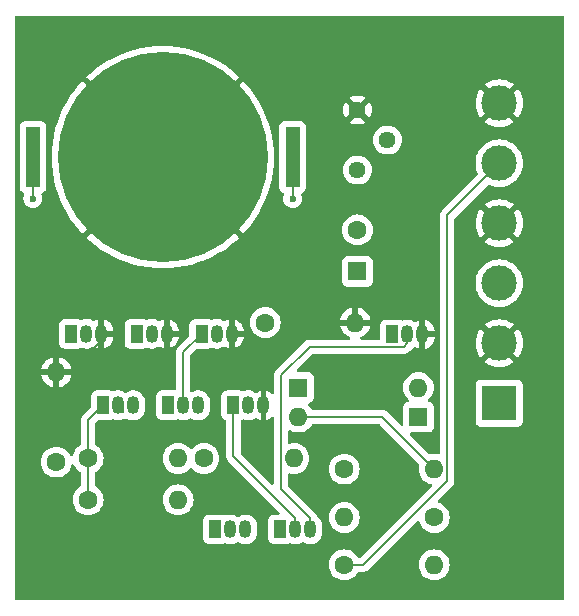
<source format=gbr>
%TF.GenerationSoftware,KiCad,Pcbnew,8.0.9-1.fc41*%
%TF.CreationDate,2025-05-30T14:30:08-05:00*%
%TF.ProjectId,transistor-amp,7472616e-7369-4737-946f-722d616d702e,rev?*%
%TF.SameCoordinates,Original*%
%TF.FileFunction,Copper,L2,Bot*%
%TF.FilePolarity,Positive*%
%FSLAX46Y46*%
G04 Gerber Fmt 4.6, Leading zero omitted, Abs format (unit mm)*
G04 Created by KiCad (PCBNEW 8.0.9-1.fc41) date 2025-05-30 14:30:08*
%MOMM*%
%LPD*%
G01*
G04 APERTURE LIST*
%TA.AperFunction,ComponentPad*%
%ADD10R,1.050000X1.500000*%
%TD*%
%TA.AperFunction,ComponentPad*%
%ADD11O,1.050000X1.500000*%
%TD*%
%TA.AperFunction,ComponentPad*%
%ADD12R,1.600000X1.600000*%
%TD*%
%TA.AperFunction,ComponentPad*%
%ADD13C,1.600000*%
%TD*%
%TA.AperFunction,ComponentPad*%
%ADD14O,1.600000X1.600000*%
%TD*%
%TA.AperFunction,ComponentPad*%
%ADD15R,3.000000X3.000000*%
%TD*%
%TA.AperFunction,ComponentPad*%
%ADD16C,3.000000*%
%TD*%
%TA.AperFunction,ComponentPad*%
%ADD17C,1.440000*%
%TD*%
%TA.AperFunction,SMDPad,CuDef*%
%ADD18R,1.270000X5.080000*%
%TD*%
%TA.AperFunction,SMDPad,CuDef*%
%ADD19C,17.800000*%
%TD*%
%TA.AperFunction,ViaPad*%
%ADD20C,0.600000*%
%TD*%
%TA.AperFunction,Conductor*%
%ADD21C,0.200000*%
%TD*%
G04 APERTURE END LIST*
D10*
%TO.P,Q8,1,C*%
%TO.N,VCC*%
X96460000Y-93000000D03*
D11*
%TO.P,Q8,2,B*%
%TO.N,Net-(D1-A)*%
X97730000Y-93000000D03*
%TO.P,Q8,3,E*%
%TO.N,/FEEDBACK*%
X99000000Y-93000000D03*
%TD*%
D12*
%TO.P,C1,1*%
%TO.N,/FEEDBACK*%
X108500000Y-71152651D03*
D13*
%TO.P,C1,2*%
%TO.N,/OUTPUT*%
X108500000Y-67652651D03*
%TD*%
D10*
%TO.P,Q9,1,C*%
%TO.N,/FEEDBACK*%
X111460000Y-76500000D03*
D11*
%TO.P,Q9,2,B*%
%TO.N,Net-(Q7-E)*%
X112730000Y-76500000D03*
%TO.P,Q9,3,E*%
%TO.N,GND*%
X114000000Y-76500000D03*
%TD*%
D13*
%TO.P,R3,1*%
%TO.N,Net-(Q1-C)*%
X85690000Y-87000000D03*
D14*
%TO.P,R3,2*%
%TO.N,Net-(Q4-C)*%
X93310000Y-87000000D03*
%TD*%
D10*
%TO.P,Q1,1,C*%
%TO.N,Net-(Q1-C)*%
X86960000Y-82500000D03*
D11*
%TO.P,Q1,2,B*%
%TO.N,Net-(Q1-B)*%
X88230000Y-82500000D03*
%TO.P,Q1,3,E*%
%TO.N,Net-(Q1-E)*%
X89500000Y-82500000D03*
%TD*%
D12*
%TO.P,D2,1,K*%
%TO.N,Net-(D2-K)*%
X103500000Y-81000000D03*
D14*
%TO.P,D2,2,A*%
%TO.N,Net-(D1-K)*%
X113660000Y-81000000D03*
%TD*%
D13*
%TO.P,R5,1*%
%TO.N,/INPUT*%
X100690000Y-75500000D03*
D14*
%TO.P,R5,2*%
%TO.N,GND*%
X108310000Y-75500000D03*
%TD*%
D12*
%TO.P,D1,1,K*%
%TO.N,Net-(D1-K)*%
X113660000Y-83500000D03*
D14*
%TO.P,D1,2,A*%
%TO.N,Net-(D1-A)*%
X103500000Y-83500000D03*
%TD*%
D13*
%TO.P,R7,1*%
%TO.N,Net-(R6-Pad2)*%
X115000000Y-92000000D03*
D14*
%TO.P,R7,2*%
%TO.N,Net-(R7-Pad2)*%
X107380000Y-92000000D03*
%TD*%
D13*
%TO.P,R8,1*%
%TO.N,Net-(R7-Pad2)*%
X107380000Y-87900000D03*
D14*
%TO.P,R8,2*%
%TO.N,Net-(D1-A)*%
X115000000Y-87900000D03*
%TD*%
D10*
%TO.P,Q6,1,C*%
%TO.N,Net-(D2-K)*%
X98000000Y-82500000D03*
D11*
%TO.P,Q6,2,B*%
%TO.N,Net-(Q3-C)*%
X99270000Y-82500000D03*
%TO.P,Q6,3,E*%
%TO.N,GND*%
X100540000Y-82500000D03*
%TD*%
D10*
%TO.P,Q5,1,C*%
%TO.N,Net-(Q4-B)*%
X95300000Y-76450000D03*
D11*
%TO.P,Q5,2,B*%
%TO.N,/INPUT*%
X96570000Y-76450000D03*
%TO.P,Q5,3,E*%
%TO.N,GND*%
X97840000Y-76450000D03*
%TD*%
D15*
%TO.P,J1,1,Pin_1*%
%TO.N,Net-(J1-Pin_1)*%
X120500000Y-82320000D03*
D16*
%TO.P,J1,2,Pin_2*%
%TO.N,GND*%
X120500000Y-77240000D03*
%TO.P,J1,3,Pin_3*%
%TO.N,/OUTPUT*%
X120500000Y-72160000D03*
%TO.P,J1,4,Pin_4*%
%TO.N,GND*%
X120500000Y-67080000D03*
%TO.P,J1,5,Pin_5*%
%TO.N,VCC*%
X120500000Y-62000000D03*
%TO.P,J1,6,Pin_6*%
%TO.N,GND*%
X120500000Y-56920000D03*
%TD*%
D13*
%TO.P,R4,1*%
%TO.N,Net-(Q4-C)*%
X95500000Y-87000000D03*
D14*
%TO.P,R4,2*%
%TO.N,/FEEDBACK*%
X103120000Y-87000000D03*
%TD*%
D13*
%TO.P,R2,1*%
%TO.N,Net-(Q1-C)*%
X85690000Y-90500000D03*
D14*
%TO.P,R2,2*%
%TO.N,VCC*%
X93310000Y-90500000D03*
%TD*%
D10*
%TO.P,Q2,1,C*%
%TO.N,Net-(Q1-E)*%
X84260000Y-76450000D03*
D11*
%TO.P,Q2,2,B*%
X85530000Y-76450000D03*
%TO.P,Q2,3,E*%
%TO.N,GND*%
X86800000Y-76450000D03*
%TD*%
D10*
%TO.P,Q3,1,C*%
%TO.N,Net-(Q3-C)*%
X89800000Y-76450000D03*
D11*
%TO.P,Q3,2,B*%
%TO.N,Net-(Q1-E)*%
X91070000Y-76450000D03*
%TO.P,Q3,3,E*%
%TO.N,GND*%
X92340000Y-76450000D03*
%TD*%
D13*
%TO.P,R1,1*%
%TO.N,Net-(Q1-B)*%
X83000000Y-87310000D03*
D14*
%TO.P,R1,2*%
%TO.N,GND*%
X83000000Y-79690000D03*
%TD*%
D10*
%TO.P,Q4,1,C*%
%TO.N,Net-(Q4-C)*%
X92460000Y-82500000D03*
D11*
%TO.P,Q4,2,B*%
%TO.N,Net-(Q4-B)*%
X93730000Y-82500000D03*
%TO.P,Q4,3,E*%
%TO.N,Net-(Q3-C)*%
X95000000Y-82500000D03*
%TD*%
D13*
%TO.P,R6,1*%
%TO.N,VCC*%
X107380000Y-96000000D03*
D14*
%TO.P,R6,2*%
%TO.N,Net-(R6-Pad2)*%
X115000000Y-96000000D03*
%TD*%
D10*
%TO.P,Q7,1,C*%
%TO.N,/FEEDBACK*%
X101960000Y-93000000D03*
D11*
%TO.P,Q7,2,B*%
%TO.N,Net-(D2-K)*%
X103230000Y-93000000D03*
%TO.P,Q7,3,E*%
%TO.N,Net-(Q7-E)*%
X104500000Y-93000000D03*
%TD*%
D17*
%TO.P,RV1,1,1*%
%TO.N,Net-(J1-Pin_1)*%
X108500000Y-62580000D03*
%TO.P,RV1,2,2*%
%TO.N,/INPUT*%
X111040000Y-60040000D03*
%TO.P,RV1,3,3*%
%TO.N,GND*%
X108500000Y-57500000D03*
%TD*%
D18*
%TO.P,BT2,1,+*%
%TO.N,Net-(BT1--)*%
X81030000Y-61500000D03*
X103000000Y-61500000D03*
D19*
%TO.P,BT2,2,-*%
%TO.N,GND*%
X92015000Y-61500000D03*
%TD*%
D20*
%TO.N,Net-(BT1--)*%
X81015000Y-65000000D03*
X103015000Y-65000000D03*
%TD*%
D21*
%TO.N,VCC*%
X107380000Y-96000000D02*
X109000000Y-96000000D01*
X109000000Y-96000000D02*
X116100000Y-88900000D01*
X116100000Y-88900000D02*
X116100000Y-66400000D01*
X116100000Y-66400000D02*
X120500000Y-62000000D01*
%TO.N,Net-(BT1--)*%
X103015000Y-65000000D02*
X103000000Y-64985000D01*
X103000000Y-64985000D02*
X103000000Y-61500000D01*
X81030000Y-64985000D02*
X81030000Y-61500000D01*
X81015000Y-65000000D02*
X81030000Y-64985000D01*
%TO.N,GND*%
X84131370Y-79690000D02*
X86800000Y-77021370D01*
X86800000Y-77021370D02*
X86800000Y-76450000D01*
X83000000Y-79690000D02*
X84131370Y-79690000D01*
%TO.N,Net-(D1-A)*%
X110600000Y-83500000D02*
X103500000Y-83500000D01*
X115000000Y-87900000D02*
X110600000Y-83500000D01*
%TO.N,Net-(D2-K)*%
X103230000Y-92050000D02*
X98000000Y-86820000D01*
X98000000Y-86820000D02*
X98000000Y-82500000D01*
X103230000Y-93000000D02*
X103230000Y-92050000D01*
%TO.N,Net-(Q1-C)*%
X85690000Y-87000000D02*
X85690000Y-83770000D01*
X85690000Y-83770000D02*
X86960000Y-82500000D01*
X85690000Y-87000000D02*
X85690000Y-90500000D01*
%TO.N,Net-(Q1-B)*%
X88610000Y-82500000D02*
X88610000Y-83105000D01*
%TO.N,Net-(Q4-B)*%
X95300000Y-76450000D02*
X93730000Y-78020000D01*
X93730000Y-78020000D02*
X93730000Y-82500000D01*
%TO.N,Net-(Q7-E)*%
X112730000Y-77270000D02*
X112730000Y-76500000D01*
X104450000Y-77550000D02*
X112450000Y-77550000D01*
X102020000Y-79980000D02*
X104450000Y-77550000D01*
X112450000Y-77550000D02*
X112730000Y-77270000D01*
X104500000Y-93000000D02*
X104500000Y-92050000D01*
X104500000Y-92050000D02*
X102020000Y-89570000D01*
X102020000Y-89570000D02*
X102020000Y-79980000D01*
%TD*%
%TA.AperFunction,Conductor*%
%TO.N,GND*%
G36*
X100790000Y-83720352D02*
G01*
X100838974Y-83710612D01*
X100838983Y-83710609D01*
X101025513Y-83633347D01*
X101025526Y-83633340D01*
X101193399Y-83521170D01*
X101193403Y-83521167D01*
X101207819Y-83506752D01*
X101269142Y-83473267D01*
X101338834Y-83478251D01*
X101394767Y-83520123D01*
X101419184Y-83585587D01*
X101419500Y-83594433D01*
X101419500Y-89090903D01*
X101399815Y-89157942D01*
X101347011Y-89203697D01*
X101277853Y-89213641D01*
X101214297Y-89184616D01*
X101207819Y-89178584D01*
X98636819Y-86607584D01*
X98603334Y-86546261D01*
X98600500Y-86519903D01*
X98600500Y-83842115D01*
X98620185Y-83775076D01*
X98672989Y-83729321D01*
X98681167Y-83725933D01*
X98696128Y-83720353D01*
X98767331Y-83693796D01*
X98768430Y-83692972D01*
X98769717Y-83692492D01*
X98775112Y-83689547D01*
X98775535Y-83690322D01*
X98833887Y-83668552D01*
X98890198Y-83677673D01*
X98970873Y-83711091D01*
X99136777Y-83744091D01*
X99168992Y-83750499D01*
X99168996Y-83750500D01*
X99168997Y-83750500D01*
X99371004Y-83750500D01*
X99371005Y-83750499D01*
X99569127Y-83711091D01*
X99755756Y-83633786D01*
X99836562Y-83579792D01*
X99903234Y-83558917D01*
X99970614Y-83577401D01*
X99974340Y-83579795D01*
X100054479Y-83633343D01*
X100054486Y-83633347D01*
X100241016Y-83710609D01*
X100241025Y-83710612D01*
X100290000Y-83720353D01*
X100290000Y-82865865D01*
X100292383Y-82841671D01*
X100295500Y-82826002D01*
X100295500Y-82785830D01*
X100309745Y-82800075D01*
X100395255Y-82849444D01*
X100490630Y-82875000D01*
X100589370Y-82875000D01*
X100684745Y-82849444D01*
X100770255Y-82800075D01*
X100790000Y-82780330D01*
X100790000Y-83720352D01*
G37*
%TD.AperFunction*%
%TA.AperFunction,Conductor*%
G36*
X125942539Y-49520185D02*
G01*
X125988294Y-49572989D01*
X125999500Y-49624500D01*
X125999500Y-98875500D01*
X125979815Y-98942539D01*
X125927011Y-98988294D01*
X125875500Y-98999500D01*
X79624500Y-98999500D01*
X79557461Y-98979815D01*
X79511706Y-98927011D01*
X79500500Y-98875500D01*
X79500500Y-92202135D01*
X95434500Y-92202135D01*
X95434500Y-93797870D01*
X95434501Y-93797876D01*
X95440908Y-93857483D01*
X95491202Y-93992328D01*
X95491206Y-93992335D01*
X95577452Y-94107544D01*
X95577455Y-94107547D01*
X95692664Y-94193793D01*
X95692671Y-94193797D01*
X95827517Y-94244091D01*
X95827516Y-94244091D01*
X95834444Y-94244835D01*
X95887127Y-94250500D01*
X97032872Y-94250499D01*
X97092483Y-94244091D01*
X97227331Y-94193796D01*
X97228430Y-94192972D01*
X97229717Y-94192492D01*
X97235112Y-94189547D01*
X97235535Y-94190322D01*
X97293887Y-94168552D01*
X97350198Y-94177673D01*
X97430873Y-94211091D01*
X97596777Y-94244091D01*
X97628992Y-94250499D01*
X97628996Y-94250500D01*
X97628997Y-94250500D01*
X97831004Y-94250500D01*
X97831005Y-94250499D01*
X98029127Y-94211091D01*
X98215756Y-94133786D01*
X98296110Y-94080094D01*
X98362786Y-94059217D01*
X98430166Y-94077701D01*
X98433865Y-94080078D01*
X98514244Y-94133786D01*
X98700873Y-94211091D01*
X98866777Y-94244091D01*
X98898992Y-94250499D01*
X98898996Y-94250500D01*
X98898997Y-94250500D01*
X99101004Y-94250500D01*
X99101005Y-94250499D01*
X99299127Y-94211091D01*
X99485756Y-94133786D01*
X99653718Y-94021558D01*
X99796558Y-93878718D01*
X99908786Y-93710756D01*
X99986091Y-93524127D01*
X100025500Y-93326003D01*
X100025500Y-92673997D01*
X99986091Y-92475873D01*
X99908786Y-92289244D01*
X99908784Y-92289241D01*
X99908782Y-92289237D01*
X99796558Y-92121281D01*
X99653718Y-91978441D01*
X99485762Y-91866217D01*
X99485752Y-91866212D01*
X99299127Y-91788909D01*
X99299119Y-91788907D01*
X99101007Y-91749500D01*
X99101003Y-91749500D01*
X98898997Y-91749500D01*
X98898992Y-91749500D01*
X98700880Y-91788907D01*
X98700872Y-91788909D01*
X98514244Y-91866213D01*
X98433891Y-91919904D01*
X98367213Y-91940782D01*
X98299833Y-91922297D01*
X98296109Y-91919904D01*
X98215755Y-91866213D01*
X98029127Y-91788909D01*
X98029119Y-91788907D01*
X97831007Y-91749500D01*
X97831003Y-91749500D01*
X97628997Y-91749500D01*
X97628992Y-91749500D01*
X97430880Y-91788907D01*
X97430868Y-91788910D01*
X97350198Y-91822325D01*
X97280729Y-91829794D01*
X97235342Y-91810036D01*
X97235114Y-91810454D01*
X97230447Y-91807905D01*
X97228432Y-91807028D01*
X97227331Y-91806204D01*
X97227330Y-91806203D01*
X97227328Y-91806202D01*
X97092482Y-91755908D01*
X97092483Y-91755908D01*
X97032883Y-91749501D01*
X97032881Y-91749500D01*
X97032873Y-91749500D01*
X97032864Y-91749500D01*
X95887129Y-91749500D01*
X95887123Y-91749501D01*
X95827516Y-91755908D01*
X95692671Y-91806202D01*
X95692664Y-91806206D01*
X95577455Y-91892452D01*
X95577452Y-91892455D01*
X95491206Y-92007664D01*
X95491202Y-92007671D01*
X95440908Y-92142517D01*
X95434501Y-92202116D01*
X95434500Y-92202135D01*
X79500500Y-92202135D01*
X79500500Y-87309998D01*
X81694532Y-87309998D01*
X81694532Y-87310001D01*
X81714364Y-87536686D01*
X81714366Y-87536697D01*
X81773258Y-87756488D01*
X81773261Y-87756497D01*
X81869431Y-87962732D01*
X81869432Y-87962734D01*
X81999954Y-88149141D01*
X82160858Y-88310045D01*
X82160861Y-88310047D01*
X82347266Y-88440568D01*
X82553504Y-88536739D01*
X82773308Y-88595635D01*
X82935230Y-88609801D01*
X82999998Y-88615468D01*
X83000000Y-88615468D01*
X83000002Y-88615468D01*
X83056673Y-88610509D01*
X83226692Y-88595635D01*
X83446496Y-88536739D01*
X83652734Y-88440568D01*
X83839139Y-88310047D01*
X84000047Y-88149139D01*
X84130568Y-87962734D01*
X84226739Y-87756496D01*
X84277628Y-87566574D01*
X84313992Y-87506916D01*
X84376838Y-87476386D01*
X84446214Y-87484680D01*
X84500092Y-87529165D01*
X84509784Y-87546264D01*
X84559431Y-87652732D01*
X84559432Y-87652734D01*
X84689954Y-87839141D01*
X84850858Y-88000045D01*
X84850861Y-88000047D01*
X85036624Y-88130118D01*
X85080248Y-88184693D01*
X85089500Y-88231692D01*
X85089500Y-89268306D01*
X85069815Y-89335345D01*
X85036623Y-89369881D01*
X84850859Y-89499953D01*
X84689954Y-89660858D01*
X84559432Y-89847265D01*
X84559431Y-89847267D01*
X84463261Y-90053502D01*
X84463258Y-90053511D01*
X84404366Y-90273302D01*
X84404364Y-90273313D01*
X84384532Y-90499998D01*
X84384532Y-90500001D01*
X84404364Y-90726686D01*
X84404366Y-90726697D01*
X84463258Y-90946488D01*
X84463261Y-90946497D01*
X84559431Y-91152732D01*
X84559432Y-91152734D01*
X84689954Y-91339141D01*
X84850858Y-91500045D01*
X84850861Y-91500047D01*
X85037266Y-91630568D01*
X85243504Y-91726739D01*
X85463308Y-91785635D01*
X85625230Y-91799801D01*
X85689998Y-91805468D01*
X85690000Y-91805468D01*
X85690002Y-91805468D01*
X85746673Y-91800509D01*
X85916692Y-91785635D01*
X86136496Y-91726739D01*
X86342734Y-91630568D01*
X86529139Y-91500047D01*
X86690047Y-91339139D01*
X86820568Y-91152734D01*
X86916739Y-90946496D01*
X86975635Y-90726692D01*
X86995468Y-90500000D01*
X86995468Y-90499998D01*
X92004532Y-90499998D01*
X92004532Y-90500001D01*
X92024364Y-90726686D01*
X92024366Y-90726697D01*
X92083258Y-90946488D01*
X92083261Y-90946497D01*
X92179431Y-91152732D01*
X92179432Y-91152734D01*
X92309954Y-91339141D01*
X92470858Y-91500045D01*
X92470861Y-91500047D01*
X92657266Y-91630568D01*
X92863504Y-91726739D01*
X93083308Y-91785635D01*
X93245230Y-91799801D01*
X93309998Y-91805468D01*
X93310000Y-91805468D01*
X93310002Y-91805468D01*
X93366673Y-91800509D01*
X93536692Y-91785635D01*
X93756496Y-91726739D01*
X93962734Y-91630568D01*
X94149139Y-91500047D01*
X94310047Y-91339139D01*
X94440568Y-91152734D01*
X94536739Y-90946496D01*
X94595635Y-90726692D01*
X94615468Y-90500000D01*
X94595635Y-90273308D01*
X94536739Y-90053504D01*
X94440568Y-89847266D01*
X94310047Y-89660861D01*
X94310045Y-89660858D01*
X94149141Y-89499954D01*
X93962734Y-89369432D01*
X93962732Y-89369431D01*
X93756497Y-89273261D01*
X93756488Y-89273258D01*
X93536697Y-89214366D01*
X93536693Y-89214365D01*
X93536692Y-89214365D01*
X93536691Y-89214364D01*
X93536686Y-89214364D01*
X93310002Y-89194532D01*
X93309998Y-89194532D01*
X93083313Y-89214364D01*
X93083302Y-89214366D01*
X92863511Y-89273258D01*
X92863502Y-89273261D01*
X92657267Y-89369431D01*
X92657265Y-89369432D01*
X92470858Y-89499954D01*
X92309954Y-89660858D01*
X92179432Y-89847265D01*
X92179431Y-89847267D01*
X92083261Y-90053502D01*
X92083258Y-90053511D01*
X92024366Y-90273302D01*
X92024364Y-90273313D01*
X92004532Y-90499998D01*
X86995468Y-90499998D01*
X86975635Y-90273308D01*
X86916739Y-90053504D01*
X86820568Y-89847266D01*
X86690047Y-89660861D01*
X86690045Y-89660858D01*
X86529140Y-89499953D01*
X86343377Y-89369881D01*
X86299752Y-89315304D01*
X86290500Y-89268306D01*
X86290500Y-88231692D01*
X86310185Y-88164653D01*
X86343374Y-88130119D01*
X86529139Y-88000047D01*
X86690047Y-87839139D01*
X86820568Y-87652734D01*
X86916739Y-87446496D01*
X86975635Y-87226692D01*
X86995468Y-87000000D01*
X86995468Y-86999998D01*
X92004532Y-86999998D01*
X92004532Y-87000001D01*
X92024364Y-87226686D01*
X92024366Y-87226697D01*
X92083258Y-87446488D01*
X92083261Y-87446497D01*
X92179431Y-87652732D01*
X92179432Y-87652734D01*
X92309954Y-87839141D01*
X92470858Y-88000045D01*
X92470861Y-88000047D01*
X92657266Y-88130568D01*
X92863504Y-88226739D01*
X93083308Y-88285635D01*
X93245230Y-88299801D01*
X93309998Y-88305468D01*
X93310000Y-88305468D01*
X93310002Y-88305468D01*
X93366673Y-88300509D01*
X93536692Y-88285635D01*
X93756496Y-88226739D01*
X93962734Y-88130568D01*
X94149139Y-88000047D01*
X94186454Y-87962732D01*
X94313876Y-87835311D01*
X94314658Y-87836093D01*
X94368171Y-87800484D01*
X94438031Y-87799368D01*
X94496065Y-87835369D01*
X94496124Y-87835311D01*
X94496372Y-87835559D01*
X94497405Y-87836200D01*
X94499951Y-87839138D01*
X94660858Y-88000045D01*
X94660861Y-88000047D01*
X94847266Y-88130568D01*
X95053504Y-88226739D01*
X95273308Y-88285635D01*
X95435230Y-88299801D01*
X95499998Y-88305468D01*
X95500000Y-88305468D01*
X95500002Y-88305468D01*
X95556673Y-88300509D01*
X95726692Y-88285635D01*
X95946496Y-88226739D01*
X96152734Y-88130568D01*
X96339139Y-88000047D01*
X96500047Y-87839139D01*
X96630568Y-87652734D01*
X96726739Y-87446496D01*
X96785635Y-87226692D01*
X96805468Y-87000000D01*
X96785635Y-86773308D01*
X96726739Y-86553504D01*
X96630568Y-86347266D01*
X96502181Y-86163908D01*
X96500045Y-86160858D01*
X96339141Y-85999954D01*
X96152734Y-85869432D01*
X96152732Y-85869431D01*
X95946497Y-85773261D01*
X95946488Y-85773258D01*
X95726697Y-85714366D01*
X95726693Y-85714365D01*
X95726692Y-85714365D01*
X95726691Y-85714364D01*
X95726686Y-85714364D01*
X95500002Y-85694532D01*
X95499998Y-85694532D01*
X95273313Y-85714364D01*
X95273302Y-85714366D01*
X95053511Y-85773258D01*
X95053502Y-85773261D01*
X94847267Y-85869431D01*
X94847265Y-85869432D01*
X94660858Y-85999954D01*
X94496124Y-86164689D01*
X94495343Y-86163908D01*
X94441815Y-86199520D01*
X94371954Y-86200627D01*
X94313937Y-86164627D01*
X94313876Y-86164689D01*
X94313612Y-86164425D01*
X94312585Y-86163788D01*
X94310050Y-86160863D01*
X94149141Y-85999954D01*
X93962734Y-85869432D01*
X93962732Y-85869431D01*
X93756497Y-85773261D01*
X93756488Y-85773258D01*
X93536697Y-85714366D01*
X93536693Y-85714365D01*
X93536692Y-85714365D01*
X93536691Y-85714364D01*
X93536686Y-85714364D01*
X93310002Y-85694532D01*
X93309998Y-85694532D01*
X93083313Y-85714364D01*
X93083302Y-85714366D01*
X92863511Y-85773258D01*
X92863502Y-85773261D01*
X92657267Y-85869431D01*
X92657265Y-85869432D01*
X92470858Y-85999954D01*
X92309954Y-86160858D01*
X92179432Y-86347265D01*
X92179431Y-86347267D01*
X92083261Y-86553502D01*
X92083258Y-86553511D01*
X92024366Y-86773302D01*
X92024364Y-86773313D01*
X92004532Y-86999998D01*
X86995468Y-86999998D01*
X86975635Y-86773308D01*
X86916739Y-86553504D01*
X86820568Y-86347266D01*
X86692181Y-86163908D01*
X86690045Y-86160858D01*
X86529140Y-85999953D01*
X86343377Y-85869881D01*
X86299752Y-85815304D01*
X86290500Y-85768306D01*
X86290500Y-84070096D01*
X86310185Y-84003057D01*
X86326815Y-83982419D01*
X86522416Y-83786817D01*
X86583739Y-83753333D01*
X86610097Y-83750499D01*
X87532871Y-83750499D01*
X87532872Y-83750499D01*
X87592483Y-83744091D01*
X87727331Y-83693796D01*
X87728430Y-83692972D01*
X87729717Y-83692492D01*
X87735112Y-83689547D01*
X87735535Y-83690322D01*
X87793887Y-83668552D01*
X87850198Y-83677673D01*
X87930873Y-83711091D01*
X88096777Y-83744091D01*
X88128992Y-83750499D01*
X88128996Y-83750500D01*
X88128997Y-83750500D01*
X88331004Y-83750500D01*
X88331005Y-83750499D01*
X88529127Y-83711091D01*
X88529131Y-83711089D01*
X88529951Y-83710841D01*
X88531663Y-83710586D01*
X88535102Y-83709903D01*
X88535135Y-83710071D01*
X88565951Y-83705500D01*
X88689055Y-83705500D01*
X88689057Y-83705500D01*
X88841784Y-83664577D01*
X88892707Y-83635176D01*
X88960604Y-83618704D01*
X89008430Y-83631901D01*
X89008616Y-83631455D01*
X89012218Y-83632947D01*
X89013160Y-83633207D01*
X89014242Y-83633785D01*
X89014243Y-83633785D01*
X89014244Y-83633786D01*
X89200873Y-83711091D01*
X89366777Y-83744091D01*
X89398992Y-83750499D01*
X89398996Y-83750500D01*
X89398997Y-83750500D01*
X89601004Y-83750500D01*
X89601005Y-83750499D01*
X89799127Y-83711091D01*
X89985756Y-83633786D01*
X89986424Y-83633340D01*
X90153718Y-83521558D01*
X90296558Y-83378718D01*
X90408782Y-83210762D01*
X90408782Y-83210761D01*
X90408786Y-83210756D01*
X90486091Y-83024127D01*
X90525500Y-82826003D01*
X90525500Y-82173997D01*
X90486091Y-81975873D01*
X90408786Y-81789244D01*
X90408784Y-81789241D01*
X90408782Y-81789237D01*
X90350583Y-81702135D01*
X91434500Y-81702135D01*
X91434500Y-83297870D01*
X91434501Y-83297876D01*
X91440908Y-83357483D01*
X91491202Y-83492328D01*
X91491206Y-83492335D01*
X91577452Y-83607544D01*
X91577455Y-83607547D01*
X91692664Y-83693793D01*
X91692671Y-83693797D01*
X91827517Y-83744091D01*
X91827516Y-83744091D01*
X91834444Y-83744835D01*
X91887127Y-83750500D01*
X93032872Y-83750499D01*
X93092483Y-83744091D01*
X93227331Y-83693796D01*
X93228430Y-83692972D01*
X93229717Y-83692492D01*
X93235112Y-83689547D01*
X93235535Y-83690322D01*
X93293887Y-83668552D01*
X93350198Y-83677673D01*
X93430873Y-83711091D01*
X93596777Y-83744091D01*
X93628992Y-83750499D01*
X93628996Y-83750500D01*
X93628997Y-83750500D01*
X93831004Y-83750500D01*
X93831005Y-83750499D01*
X94029127Y-83711091D01*
X94215756Y-83633786D01*
X94296110Y-83580094D01*
X94362786Y-83559217D01*
X94430166Y-83577701D01*
X94433865Y-83580078D01*
X94514244Y-83633786D01*
X94514245Y-83633786D01*
X94514246Y-83633787D01*
X94517602Y-83635177D01*
X94700873Y-83711091D01*
X94866777Y-83744091D01*
X94898992Y-83750499D01*
X94898996Y-83750500D01*
X94898997Y-83750500D01*
X95101004Y-83750500D01*
X95101005Y-83750499D01*
X95299127Y-83711091D01*
X95485756Y-83633786D01*
X95486424Y-83633340D01*
X95653718Y-83521558D01*
X95796558Y-83378718D01*
X95908782Y-83210762D01*
X95908782Y-83210761D01*
X95908786Y-83210756D01*
X95986091Y-83024127D01*
X96025500Y-82826003D01*
X96025500Y-82173997D01*
X95986091Y-81975873D01*
X95908786Y-81789244D01*
X95908784Y-81789241D01*
X95908782Y-81789237D01*
X95850583Y-81702135D01*
X96974500Y-81702135D01*
X96974500Y-83297870D01*
X96974501Y-83297876D01*
X96980908Y-83357483D01*
X97031202Y-83492328D01*
X97031206Y-83492335D01*
X97117452Y-83607544D01*
X97117455Y-83607547D01*
X97232664Y-83693793D01*
X97232671Y-83693797D01*
X97318833Y-83725933D01*
X97374766Y-83767804D01*
X97399184Y-83833268D01*
X97399500Y-83842115D01*
X97399500Y-86733330D01*
X97399499Y-86733348D01*
X97399499Y-86899054D01*
X97399498Y-86899054D01*
X97440423Y-87051786D01*
X97456167Y-87079053D01*
X97456168Y-87079058D01*
X97456170Y-87079058D01*
X97519479Y-87188714D01*
X97519481Y-87188717D01*
X97638349Y-87307585D01*
X97638355Y-87307590D01*
X101868584Y-91537819D01*
X101902069Y-91599142D01*
X101897085Y-91668834D01*
X101855213Y-91724767D01*
X101789749Y-91749184D01*
X101780903Y-91749500D01*
X101387129Y-91749500D01*
X101387123Y-91749501D01*
X101327516Y-91755908D01*
X101192671Y-91806202D01*
X101192664Y-91806206D01*
X101077455Y-91892452D01*
X101077452Y-91892455D01*
X100991206Y-92007664D01*
X100991202Y-92007671D01*
X100940908Y-92142517D01*
X100934501Y-92202116D01*
X100934500Y-92202135D01*
X100934500Y-93797870D01*
X100934501Y-93797876D01*
X100940908Y-93857483D01*
X100991202Y-93992328D01*
X100991206Y-93992335D01*
X101077452Y-94107544D01*
X101077455Y-94107547D01*
X101192664Y-94193793D01*
X101192671Y-94193797D01*
X101327517Y-94244091D01*
X101327516Y-94244091D01*
X101334444Y-94244835D01*
X101387127Y-94250500D01*
X102532872Y-94250499D01*
X102592483Y-94244091D01*
X102727331Y-94193796D01*
X102728430Y-94192972D01*
X102729717Y-94192492D01*
X102735112Y-94189547D01*
X102735535Y-94190322D01*
X102793887Y-94168552D01*
X102850198Y-94177673D01*
X102930873Y-94211091D01*
X103096777Y-94244091D01*
X103128992Y-94250499D01*
X103128996Y-94250500D01*
X103128997Y-94250500D01*
X103331004Y-94250500D01*
X103331005Y-94250499D01*
X103529127Y-94211091D01*
X103715756Y-94133786D01*
X103796110Y-94080094D01*
X103862786Y-94059217D01*
X103930166Y-94077701D01*
X103933865Y-94080078D01*
X104014244Y-94133786D01*
X104200873Y-94211091D01*
X104366777Y-94244091D01*
X104398992Y-94250499D01*
X104398996Y-94250500D01*
X104398997Y-94250500D01*
X104601004Y-94250500D01*
X104601005Y-94250499D01*
X104799127Y-94211091D01*
X104985756Y-94133786D01*
X105153718Y-94021558D01*
X105296558Y-93878718D01*
X105408786Y-93710756D01*
X105486091Y-93524127D01*
X105525500Y-93326003D01*
X105525500Y-92673997D01*
X105486091Y-92475873D01*
X105408786Y-92289244D01*
X105408784Y-92289241D01*
X105408782Y-92289237D01*
X105296558Y-92121281D01*
X105175275Y-91999998D01*
X106074532Y-91999998D01*
X106074532Y-92000001D01*
X106094364Y-92226686D01*
X106094366Y-92226697D01*
X106153258Y-92446488D01*
X106153261Y-92446497D01*
X106249431Y-92652732D01*
X106249432Y-92652734D01*
X106379954Y-92839141D01*
X106540858Y-93000045D01*
X106540861Y-93000047D01*
X106727266Y-93130568D01*
X106933504Y-93226739D01*
X107153308Y-93285635D01*
X107315230Y-93299801D01*
X107379998Y-93305468D01*
X107380000Y-93305468D01*
X107380002Y-93305468D01*
X107436673Y-93300509D01*
X107606692Y-93285635D01*
X107826496Y-93226739D01*
X108032734Y-93130568D01*
X108219139Y-93000047D01*
X108380047Y-92839139D01*
X108510568Y-92652734D01*
X108606739Y-92446496D01*
X108665635Y-92226692D01*
X108684797Y-92007669D01*
X108685468Y-92000001D01*
X108685468Y-91999998D01*
X108678670Y-91922297D01*
X108665635Y-91773308D01*
X108606739Y-91553504D01*
X108510568Y-91347266D01*
X108380047Y-91160861D01*
X108380045Y-91160858D01*
X108219141Y-90999954D01*
X108032734Y-90869432D01*
X108032732Y-90869431D01*
X107826497Y-90773261D01*
X107826488Y-90773258D01*
X107606697Y-90714366D01*
X107606693Y-90714365D01*
X107606692Y-90714365D01*
X107606691Y-90714364D01*
X107606686Y-90714364D01*
X107380002Y-90694532D01*
X107379998Y-90694532D01*
X107153313Y-90714364D01*
X107153302Y-90714366D01*
X106933511Y-90773258D01*
X106933502Y-90773261D01*
X106727267Y-90869431D01*
X106727265Y-90869432D01*
X106540858Y-90999954D01*
X106379954Y-91160858D01*
X106249432Y-91347265D01*
X106249431Y-91347267D01*
X106153261Y-91553502D01*
X106153258Y-91553511D01*
X106094366Y-91773302D01*
X106094364Y-91773313D01*
X106074532Y-91999998D01*
X105175275Y-91999998D01*
X105153721Y-91978444D01*
X105153716Y-91978440D01*
X105130148Y-91962693D01*
X105085342Y-91909082D01*
X105079264Y-91891689D01*
X105059577Y-91818216D01*
X105040767Y-91785635D01*
X104980524Y-91681290D01*
X104980518Y-91681282D01*
X102656819Y-89357583D01*
X102623334Y-89296260D01*
X102620500Y-89269902D01*
X102620500Y-88374136D01*
X102640185Y-88307097D01*
X102692989Y-88261342D01*
X102762147Y-88251398D01*
X102776582Y-88254358D01*
X102893308Y-88285635D01*
X103055230Y-88299801D01*
X103119998Y-88305468D01*
X103120000Y-88305468D01*
X103120002Y-88305468D01*
X103176673Y-88300509D01*
X103346692Y-88285635D01*
X103566496Y-88226739D01*
X103772734Y-88130568D01*
X103959139Y-88000047D01*
X104059188Y-87899998D01*
X106074532Y-87899998D01*
X106074532Y-87900001D01*
X106094364Y-88126686D01*
X106094366Y-88126697D01*
X106153258Y-88346488D01*
X106153261Y-88346497D01*
X106249431Y-88552732D01*
X106249432Y-88552734D01*
X106379954Y-88739141D01*
X106540858Y-88900045D01*
X106540861Y-88900047D01*
X106727266Y-89030568D01*
X106933504Y-89126739D01*
X107153308Y-89185635D01*
X107315230Y-89199801D01*
X107379998Y-89205468D01*
X107380000Y-89205468D01*
X107380002Y-89205468D01*
X107436673Y-89200509D01*
X107606692Y-89185635D01*
X107826496Y-89126739D01*
X108032734Y-89030568D01*
X108219139Y-88900047D01*
X108380047Y-88739139D01*
X108510568Y-88552734D01*
X108606739Y-88346496D01*
X108665635Y-88126692D01*
X108685468Y-87900000D01*
X108665635Y-87673308D01*
X108606739Y-87453504D01*
X108510568Y-87247266D01*
X108380047Y-87060861D01*
X108380045Y-87060858D01*
X108219141Y-86899954D01*
X108032734Y-86769432D01*
X108032732Y-86769431D01*
X107826497Y-86673261D01*
X107826488Y-86673258D01*
X107606697Y-86614366D01*
X107606693Y-86614365D01*
X107606692Y-86614365D01*
X107606691Y-86614364D01*
X107606686Y-86614364D01*
X107380002Y-86594532D01*
X107379998Y-86594532D01*
X107153313Y-86614364D01*
X107153302Y-86614366D01*
X106933511Y-86673258D01*
X106933502Y-86673261D01*
X106727267Y-86769431D01*
X106727265Y-86769432D01*
X106540858Y-86899954D01*
X106379954Y-87060858D01*
X106249432Y-87247265D01*
X106249431Y-87247267D01*
X106153261Y-87453502D01*
X106153258Y-87453511D01*
X106094366Y-87673302D01*
X106094364Y-87673313D01*
X106074532Y-87899998D01*
X104059188Y-87899998D01*
X104120047Y-87839139D01*
X104250568Y-87652734D01*
X104346739Y-87446496D01*
X104405635Y-87226692D01*
X104425468Y-87000000D01*
X104405635Y-86773308D01*
X104346739Y-86553504D01*
X104250568Y-86347266D01*
X104122181Y-86163908D01*
X104120045Y-86160858D01*
X103959141Y-85999954D01*
X103772734Y-85869432D01*
X103772732Y-85869431D01*
X103566497Y-85773261D01*
X103566488Y-85773258D01*
X103346697Y-85714366D01*
X103346693Y-85714365D01*
X103346692Y-85714365D01*
X103346691Y-85714364D01*
X103346686Y-85714364D01*
X103120002Y-85694532D01*
X103119998Y-85694532D01*
X102893313Y-85714364D01*
X102893302Y-85714366D01*
X102776593Y-85745638D01*
X102706743Y-85743975D01*
X102648881Y-85704812D01*
X102621377Y-85640583D01*
X102620500Y-85625863D01*
X102620500Y-84709986D01*
X102640185Y-84642947D01*
X102692989Y-84597192D01*
X102762147Y-84587248D01*
X102815621Y-84608410D01*
X102847266Y-84630568D01*
X103053504Y-84726739D01*
X103273308Y-84785635D01*
X103435230Y-84799801D01*
X103499998Y-84805468D01*
X103500000Y-84805468D01*
X103500002Y-84805468D01*
X103556807Y-84800498D01*
X103726692Y-84785635D01*
X103946496Y-84726739D01*
X104152734Y-84630568D01*
X104339139Y-84500047D01*
X104500047Y-84339139D01*
X104630118Y-84153375D01*
X104684693Y-84109752D01*
X104731692Y-84100500D01*
X110299903Y-84100500D01*
X110366942Y-84120185D01*
X110387584Y-84136819D01*
X113708058Y-87457293D01*
X113741543Y-87518616D01*
X113740152Y-87577067D01*
X113714366Y-87673302D01*
X113714364Y-87673313D01*
X113694532Y-87899998D01*
X113694532Y-87900001D01*
X113714364Y-88126686D01*
X113714366Y-88126697D01*
X113773258Y-88346488D01*
X113773261Y-88346497D01*
X113869431Y-88552732D01*
X113869432Y-88552734D01*
X113999954Y-88739141D01*
X114160858Y-88900045D01*
X114160861Y-88900047D01*
X114347266Y-89030568D01*
X114553504Y-89126739D01*
X114717138Y-89170584D01*
X114776796Y-89206947D01*
X114807326Y-89269794D01*
X114799032Y-89339170D01*
X114772724Y-89378039D01*
X108787584Y-95363181D01*
X108726261Y-95396666D01*
X108699903Y-95399500D01*
X108611692Y-95399500D01*
X108544653Y-95379815D01*
X108510119Y-95346625D01*
X108380047Y-95160861D01*
X108380045Y-95160858D01*
X108219141Y-94999954D01*
X108032734Y-94869432D01*
X108032732Y-94869431D01*
X107826497Y-94773261D01*
X107826488Y-94773258D01*
X107606697Y-94714366D01*
X107606693Y-94714365D01*
X107606692Y-94714365D01*
X107606691Y-94714364D01*
X107606686Y-94714364D01*
X107380002Y-94694532D01*
X107379998Y-94694532D01*
X107153313Y-94714364D01*
X107153302Y-94714366D01*
X106933511Y-94773258D01*
X106933502Y-94773261D01*
X106727267Y-94869431D01*
X106727265Y-94869432D01*
X106540858Y-94999954D01*
X106379954Y-95160858D01*
X106249432Y-95347265D01*
X106249431Y-95347267D01*
X106153261Y-95553502D01*
X106153258Y-95553511D01*
X106094366Y-95773302D01*
X106094364Y-95773313D01*
X106074532Y-95999998D01*
X106074532Y-96000001D01*
X106094364Y-96226686D01*
X106094366Y-96226697D01*
X106153258Y-96446488D01*
X106153261Y-96446497D01*
X106249431Y-96652732D01*
X106249432Y-96652734D01*
X106379954Y-96839141D01*
X106540858Y-97000045D01*
X106540861Y-97000047D01*
X106727266Y-97130568D01*
X106933504Y-97226739D01*
X107153308Y-97285635D01*
X107315230Y-97299801D01*
X107379998Y-97305468D01*
X107380000Y-97305468D01*
X107380002Y-97305468D01*
X107436673Y-97300509D01*
X107606692Y-97285635D01*
X107826496Y-97226739D01*
X108032734Y-97130568D01*
X108219139Y-97000047D01*
X108380047Y-96839139D01*
X108510118Y-96653375D01*
X108564693Y-96609752D01*
X108611692Y-96600500D01*
X108913331Y-96600500D01*
X108913347Y-96600501D01*
X108920943Y-96600501D01*
X109079054Y-96600501D01*
X109079057Y-96600501D01*
X109231785Y-96559577D01*
X109281904Y-96530639D01*
X109368716Y-96480520D01*
X109480520Y-96368716D01*
X109480520Y-96368714D01*
X109490728Y-96358507D01*
X109490730Y-96358504D01*
X109849236Y-95999998D01*
X113694532Y-95999998D01*
X113694532Y-96000001D01*
X113714364Y-96226686D01*
X113714366Y-96226697D01*
X113773258Y-96446488D01*
X113773261Y-96446497D01*
X113869431Y-96652732D01*
X113869432Y-96652734D01*
X113999954Y-96839141D01*
X114160858Y-97000045D01*
X114160861Y-97000047D01*
X114347266Y-97130568D01*
X114553504Y-97226739D01*
X114773308Y-97285635D01*
X114935230Y-97299801D01*
X114999998Y-97305468D01*
X115000000Y-97305468D01*
X115000002Y-97305468D01*
X115056673Y-97300509D01*
X115226692Y-97285635D01*
X115446496Y-97226739D01*
X115652734Y-97130568D01*
X115839139Y-97000047D01*
X116000047Y-96839139D01*
X116130568Y-96652734D01*
X116226739Y-96446496D01*
X116285635Y-96226692D01*
X116305468Y-96000000D01*
X116285635Y-95773308D01*
X116226739Y-95553504D01*
X116130568Y-95347266D01*
X116000047Y-95160861D01*
X116000045Y-95160858D01*
X115839141Y-94999954D01*
X115652734Y-94869432D01*
X115652732Y-94869431D01*
X115446497Y-94773261D01*
X115446488Y-94773258D01*
X115226697Y-94714366D01*
X115226693Y-94714365D01*
X115226692Y-94714365D01*
X115226691Y-94714364D01*
X115226686Y-94714364D01*
X115000002Y-94694532D01*
X114999998Y-94694532D01*
X114773313Y-94714364D01*
X114773302Y-94714366D01*
X114553511Y-94773258D01*
X114553502Y-94773261D01*
X114347267Y-94869431D01*
X114347265Y-94869432D01*
X114160858Y-94999954D01*
X113999954Y-95160858D01*
X113869432Y-95347265D01*
X113869431Y-95347267D01*
X113773261Y-95553502D01*
X113773258Y-95553511D01*
X113714366Y-95773302D01*
X113714364Y-95773313D01*
X113694532Y-95999998D01*
X109849236Y-95999998D01*
X113543093Y-92306140D01*
X113604414Y-92272657D01*
X113674106Y-92277641D01*
X113730039Y-92319513D01*
X113750547Y-92361729D01*
X113773259Y-92446490D01*
X113773261Y-92446497D01*
X113869431Y-92652732D01*
X113869432Y-92652734D01*
X113999954Y-92839141D01*
X114160858Y-93000045D01*
X114160861Y-93000047D01*
X114347266Y-93130568D01*
X114553504Y-93226739D01*
X114773308Y-93285635D01*
X114935230Y-93299801D01*
X114999998Y-93305468D01*
X115000000Y-93305468D01*
X115000002Y-93305468D01*
X115056673Y-93300509D01*
X115226692Y-93285635D01*
X115446496Y-93226739D01*
X115652734Y-93130568D01*
X115839139Y-93000047D01*
X116000047Y-92839139D01*
X116130568Y-92652734D01*
X116226739Y-92446496D01*
X116285635Y-92226692D01*
X116304797Y-92007669D01*
X116305468Y-92000001D01*
X116305468Y-91999998D01*
X116298670Y-91922297D01*
X116285635Y-91773308D01*
X116226739Y-91553504D01*
X116130568Y-91347266D01*
X116000047Y-91160861D01*
X116000045Y-91160858D01*
X115839141Y-90999954D01*
X115652734Y-90869432D01*
X115652732Y-90869431D01*
X115446497Y-90773261D01*
X115446490Y-90773259D01*
X115361729Y-90750547D01*
X115302068Y-90714181D01*
X115271540Y-90651334D01*
X115279835Y-90581959D01*
X115306139Y-90543094D01*
X116468713Y-89380521D01*
X116468716Y-89380520D01*
X116580520Y-89268716D01*
X116630639Y-89181904D01*
X116659577Y-89131785D01*
X116700500Y-88979058D01*
X116700500Y-88820943D01*
X116700500Y-80772135D01*
X118499500Y-80772135D01*
X118499500Y-83867870D01*
X118499501Y-83867876D01*
X118505908Y-83927483D01*
X118556202Y-84062328D01*
X118556206Y-84062335D01*
X118642452Y-84177544D01*
X118642455Y-84177547D01*
X118757664Y-84263793D01*
X118757671Y-84263797D01*
X118892517Y-84314091D01*
X118892516Y-84314091D01*
X118899444Y-84314835D01*
X118952127Y-84320500D01*
X122047872Y-84320499D01*
X122107483Y-84314091D01*
X122242331Y-84263796D01*
X122357546Y-84177546D01*
X122443796Y-84062331D01*
X122494091Y-83927483D01*
X122500500Y-83867873D01*
X122500499Y-80772128D01*
X122494091Y-80712517D01*
X122443796Y-80577669D01*
X122443795Y-80577668D01*
X122443793Y-80577664D01*
X122357547Y-80462455D01*
X122357544Y-80462452D01*
X122242335Y-80376206D01*
X122242328Y-80376202D01*
X122107482Y-80325908D01*
X122107483Y-80325908D01*
X122047883Y-80319501D01*
X122047881Y-80319500D01*
X122047873Y-80319500D01*
X122047864Y-80319500D01*
X118952129Y-80319500D01*
X118952123Y-80319501D01*
X118892516Y-80325908D01*
X118757671Y-80376202D01*
X118757664Y-80376206D01*
X118642455Y-80462452D01*
X118642452Y-80462455D01*
X118556206Y-80577664D01*
X118556202Y-80577671D01*
X118505908Y-80712517D01*
X118499501Y-80772116D01*
X118499501Y-80772123D01*
X118499500Y-80772135D01*
X116700500Y-80772135D01*
X116700500Y-77239998D01*
X118494891Y-77239998D01*
X118494891Y-77240001D01*
X118515300Y-77525362D01*
X118576109Y-77804895D01*
X118676091Y-78072958D01*
X118813191Y-78324038D01*
X118813196Y-78324046D01*
X118919882Y-78466562D01*
X118919883Y-78466563D01*
X119814768Y-77571678D01*
X119826497Y-77599995D01*
X119909670Y-77724472D01*
X120015528Y-77830330D01*
X120140005Y-77913503D01*
X120168320Y-77925231D01*
X119273435Y-78820115D01*
X119273436Y-78820116D01*
X119415953Y-78926803D01*
X119415961Y-78926808D01*
X119667042Y-79063908D01*
X119667041Y-79063908D01*
X119935104Y-79163890D01*
X120214637Y-79224699D01*
X120499999Y-79245109D01*
X120500001Y-79245109D01*
X120785362Y-79224699D01*
X121064895Y-79163890D01*
X121332958Y-79063908D01*
X121584038Y-78926808D01*
X121584039Y-78926807D01*
X121726563Y-78820115D01*
X120831679Y-77925231D01*
X120859995Y-77913503D01*
X120984472Y-77830330D01*
X121090330Y-77724472D01*
X121173503Y-77599995D01*
X121185231Y-77571679D01*
X122080115Y-78466563D01*
X122186807Y-78324039D01*
X122186808Y-78324038D01*
X122323908Y-78072958D01*
X122423890Y-77804895D01*
X122484699Y-77525362D01*
X122505109Y-77240001D01*
X122505109Y-77239998D01*
X122484699Y-76954637D01*
X122423890Y-76675104D01*
X122323908Y-76407041D01*
X122186808Y-76155961D01*
X122186803Y-76155953D01*
X122080116Y-76013436D01*
X122080115Y-76013435D01*
X121185231Y-76908320D01*
X121173503Y-76880005D01*
X121090330Y-76755528D01*
X120984472Y-76649670D01*
X120859995Y-76566497D01*
X120831678Y-76554767D01*
X121726563Y-75659883D01*
X121726562Y-75659882D01*
X121584046Y-75553196D01*
X121584038Y-75553191D01*
X121332957Y-75416091D01*
X121332958Y-75416091D01*
X121064895Y-75316109D01*
X120785362Y-75255300D01*
X120500001Y-75234891D01*
X120499999Y-75234891D01*
X120214637Y-75255300D01*
X119935104Y-75316109D01*
X119667041Y-75416091D01*
X119415961Y-75553191D01*
X119415953Y-75553196D01*
X119273435Y-75659882D01*
X120168321Y-76554767D01*
X120140005Y-76566497D01*
X120015528Y-76649670D01*
X119909670Y-76755528D01*
X119826497Y-76880005D01*
X119814768Y-76908321D01*
X118919882Y-76013435D01*
X118813196Y-76155953D01*
X118813191Y-76155961D01*
X118676091Y-76407041D01*
X118576109Y-76675104D01*
X118515300Y-76954637D01*
X118494891Y-77239998D01*
X116700500Y-77239998D01*
X116700500Y-72159998D01*
X118494390Y-72159998D01*
X118494390Y-72160001D01*
X118514804Y-72445433D01*
X118575628Y-72725037D01*
X118675635Y-72993166D01*
X118812770Y-73244309D01*
X118812775Y-73244317D01*
X118984254Y-73473387D01*
X118984270Y-73473405D01*
X119186594Y-73675729D01*
X119186612Y-73675745D01*
X119415682Y-73847224D01*
X119415690Y-73847229D01*
X119666833Y-73984364D01*
X119666832Y-73984364D01*
X119666836Y-73984365D01*
X119666839Y-73984367D01*
X119934954Y-74084369D01*
X119934960Y-74084370D01*
X119934962Y-74084371D01*
X120214566Y-74145195D01*
X120214568Y-74145195D01*
X120214572Y-74145196D01*
X120468220Y-74163337D01*
X120499999Y-74165610D01*
X120500000Y-74165610D01*
X120500001Y-74165610D01*
X120528595Y-74163564D01*
X120785428Y-74145196D01*
X121065046Y-74084369D01*
X121333161Y-73984367D01*
X121584315Y-73847226D01*
X121813395Y-73675739D01*
X122015739Y-73473395D01*
X122187226Y-73244315D01*
X122324367Y-72993161D01*
X122424369Y-72725046D01*
X122485196Y-72445428D01*
X122505610Y-72160000D01*
X122485196Y-71874572D01*
X122424369Y-71594954D01*
X122324367Y-71326839D01*
X122187226Y-71075685D01*
X122187224Y-71075682D01*
X122015745Y-70846612D01*
X122015729Y-70846594D01*
X121813405Y-70644270D01*
X121813387Y-70644254D01*
X121584317Y-70472775D01*
X121584309Y-70472770D01*
X121333166Y-70335635D01*
X121333167Y-70335635D01*
X121225915Y-70295632D01*
X121065046Y-70235631D01*
X121065043Y-70235630D01*
X121065037Y-70235628D01*
X120785433Y-70174804D01*
X120500001Y-70154390D01*
X120499999Y-70154390D01*
X120214566Y-70174804D01*
X119934962Y-70235628D01*
X119666833Y-70335635D01*
X119415690Y-70472770D01*
X119415682Y-70472775D01*
X119186612Y-70644254D01*
X119186594Y-70644270D01*
X118984270Y-70846594D01*
X118984254Y-70846612D01*
X118812775Y-71075682D01*
X118812770Y-71075690D01*
X118675635Y-71326833D01*
X118575628Y-71594962D01*
X118514804Y-71874566D01*
X118494390Y-72159998D01*
X116700500Y-72159998D01*
X116700500Y-67079998D01*
X118494891Y-67079998D01*
X118494891Y-67080001D01*
X118515300Y-67365362D01*
X118576109Y-67644895D01*
X118676091Y-67912958D01*
X118813191Y-68164038D01*
X118813196Y-68164046D01*
X118919882Y-68306562D01*
X118919883Y-68306563D01*
X119814768Y-67411678D01*
X119826497Y-67439995D01*
X119909670Y-67564472D01*
X120015528Y-67670330D01*
X120140005Y-67753503D01*
X120168320Y-67765231D01*
X119273435Y-68660115D01*
X119273436Y-68660116D01*
X119415953Y-68766803D01*
X119415961Y-68766808D01*
X119667042Y-68903908D01*
X119667041Y-68903908D01*
X119935104Y-69003890D01*
X120214637Y-69064699D01*
X120499999Y-69085109D01*
X120500001Y-69085109D01*
X120785362Y-69064699D01*
X121064895Y-69003890D01*
X121332958Y-68903908D01*
X121584038Y-68766808D01*
X121584039Y-68766807D01*
X121726563Y-68660115D01*
X120831679Y-67765231D01*
X120859995Y-67753503D01*
X120984472Y-67670330D01*
X121090330Y-67564472D01*
X121173503Y-67439995D01*
X121185231Y-67411679D01*
X122080115Y-68306563D01*
X122186807Y-68164039D01*
X122186808Y-68164038D01*
X122323908Y-67912958D01*
X122423890Y-67644895D01*
X122484699Y-67365362D01*
X122505109Y-67080001D01*
X122505109Y-67079998D01*
X122484699Y-66794637D01*
X122423890Y-66515104D01*
X122323908Y-66247041D01*
X122186808Y-65995961D01*
X122186803Y-65995953D01*
X122080116Y-65853436D01*
X122080115Y-65853435D01*
X121185231Y-66748320D01*
X121173503Y-66720005D01*
X121090330Y-66595528D01*
X120984472Y-66489670D01*
X120859995Y-66406497D01*
X120831678Y-66394767D01*
X121726563Y-65499883D01*
X121726562Y-65499882D01*
X121584046Y-65393196D01*
X121584038Y-65393191D01*
X121332957Y-65256091D01*
X121332958Y-65256091D01*
X121064895Y-65156109D01*
X120785362Y-65095300D01*
X120500001Y-65074891D01*
X120499999Y-65074891D01*
X120214637Y-65095300D01*
X119935104Y-65156109D01*
X119667041Y-65256091D01*
X119415961Y-65393191D01*
X119415953Y-65393196D01*
X119273435Y-65499882D01*
X120168321Y-66394767D01*
X120140005Y-66406497D01*
X120015528Y-66489670D01*
X119909670Y-66595528D01*
X119826497Y-66720005D01*
X119814768Y-66748321D01*
X118919882Y-65853435D01*
X118813196Y-65995953D01*
X118813191Y-65995961D01*
X118676091Y-66247041D01*
X118576109Y-66515104D01*
X118515300Y-66794637D01*
X118494891Y-67079998D01*
X116700500Y-67079998D01*
X116700500Y-66700096D01*
X116720185Y-66633057D01*
X116736814Y-66612420D01*
X119509374Y-63839859D01*
X119570695Y-63806376D01*
X119640387Y-63811360D01*
X119656474Y-63818707D01*
X119666839Y-63824367D01*
X119934954Y-63924369D01*
X119934960Y-63924370D01*
X119934962Y-63924371D01*
X120214566Y-63985195D01*
X120214568Y-63985195D01*
X120214572Y-63985196D01*
X120468220Y-64003337D01*
X120499999Y-64005610D01*
X120500000Y-64005610D01*
X120500001Y-64005610D01*
X120528595Y-64003564D01*
X120785428Y-63985196D01*
X121065046Y-63924369D01*
X121333161Y-63824367D01*
X121584315Y-63687226D01*
X121813395Y-63515739D01*
X122015739Y-63313395D01*
X122187226Y-63084315D01*
X122324367Y-62833161D01*
X122424369Y-62565046D01*
X122485196Y-62285428D01*
X122505610Y-62000000D01*
X122485196Y-61714572D01*
X122442647Y-61518979D01*
X122424371Y-61434962D01*
X122424370Y-61434960D01*
X122424369Y-61434954D01*
X122324367Y-61166839D01*
X122221540Y-60978527D01*
X122187229Y-60915690D01*
X122187224Y-60915682D01*
X122015745Y-60686612D01*
X122015729Y-60686594D01*
X121813405Y-60484270D01*
X121813387Y-60484254D01*
X121584317Y-60312775D01*
X121584309Y-60312770D01*
X121333166Y-60175635D01*
X121333167Y-60175635D01*
X121225915Y-60135632D01*
X121065046Y-60075631D01*
X121065043Y-60075630D01*
X121065037Y-60075628D01*
X120785433Y-60014804D01*
X120500001Y-59994390D01*
X120499999Y-59994390D01*
X120214566Y-60014804D01*
X119934962Y-60075628D01*
X119666833Y-60175635D01*
X119415690Y-60312770D01*
X119415682Y-60312775D01*
X119186612Y-60484254D01*
X119186594Y-60484270D01*
X118984270Y-60686594D01*
X118984254Y-60686612D01*
X118812775Y-60915682D01*
X118812770Y-60915690D01*
X118675635Y-61166833D01*
X118575628Y-61434962D01*
X118514804Y-61714566D01*
X118494390Y-61999998D01*
X118494390Y-62000001D01*
X118514804Y-62285433D01*
X118575628Y-62565037D01*
X118575630Y-62565043D01*
X118575631Y-62565046D01*
X118660561Y-62792752D01*
X118675634Y-62833163D01*
X118681288Y-62843517D01*
X118696140Y-62911790D01*
X118671724Y-62977254D01*
X118660137Y-62990626D01*
X115731286Y-65919478D01*
X115619481Y-66031282D01*
X115619479Y-66031285D01*
X115569361Y-66118094D01*
X115569359Y-66118096D01*
X115540425Y-66168209D01*
X115540424Y-66168210D01*
X115540423Y-66168215D01*
X115499499Y-66320943D01*
X115499499Y-66320945D01*
X115499499Y-66489046D01*
X115499500Y-66489059D01*
X115499500Y-86525863D01*
X115479815Y-86592902D01*
X115427011Y-86638657D01*
X115357853Y-86648601D01*
X115343407Y-86645638D01*
X115226697Y-86614366D01*
X115226693Y-86614365D01*
X115226692Y-86614365D01*
X115226691Y-86614364D01*
X115226686Y-86614364D01*
X115000002Y-86594532D01*
X114999998Y-86594532D01*
X114773313Y-86614364D01*
X114773302Y-86614366D01*
X114677067Y-86640152D01*
X114607217Y-86638489D01*
X114557293Y-86608058D01*
X112961415Y-85012180D01*
X112927930Y-84950857D01*
X112932914Y-84881165D01*
X112974786Y-84825232D01*
X113040250Y-84800815D01*
X113049071Y-84800499D01*
X114507872Y-84800499D01*
X114567483Y-84794091D01*
X114702331Y-84743796D01*
X114817546Y-84657546D01*
X114903796Y-84542331D01*
X114954091Y-84407483D01*
X114960500Y-84347873D01*
X114960499Y-82652128D01*
X114954091Y-82592517D01*
X114937998Y-82549370D01*
X114903797Y-82457671D01*
X114903793Y-82457664D01*
X114817547Y-82342455D01*
X114817544Y-82342452D01*
X114702335Y-82256206D01*
X114702328Y-82256202D01*
X114567483Y-82205908D01*
X114562079Y-82204632D01*
X114501363Y-82170060D01*
X114468976Y-82108149D01*
X114475202Y-82038558D01*
X114502910Y-81996275D01*
X114660047Y-81839139D01*
X114790568Y-81652734D01*
X114886739Y-81446496D01*
X114945635Y-81226692D01*
X114965468Y-81000000D01*
X114945635Y-80773308D01*
X114900916Y-80606415D01*
X114886741Y-80553511D01*
X114886738Y-80553502D01*
X114790568Y-80347266D01*
X114660047Y-80160861D01*
X114660045Y-80160858D01*
X114499141Y-79999954D01*
X114312734Y-79869432D01*
X114312732Y-79869431D01*
X114106497Y-79773261D01*
X114106488Y-79773258D01*
X113886697Y-79714366D01*
X113886693Y-79714365D01*
X113886692Y-79714365D01*
X113886691Y-79714364D01*
X113886686Y-79714364D01*
X113660002Y-79694532D01*
X113659998Y-79694532D01*
X113433313Y-79714364D01*
X113433302Y-79714366D01*
X113213511Y-79773258D01*
X113213502Y-79773261D01*
X113007267Y-79869431D01*
X113007265Y-79869432D01*
X112820858Y-79999954D01*
X112659954Y-80160858D01*
X112529432Y-80347265D01*
X112529431Y-80347267D01*
X112433261Y-80553502D01*
X112433258Y-80553511D01*
X112374366Y-80773302D01*
X112374364Y-80773313D01*
X112354532Y-80999998D01*
X112354532Y-81000001D01*
X112374364Y-81226686D01*
X112374366Y-81226697D01*
X112433258Y-81446488D01*
X112433261Y-81446497D01*
X112529431Y-81652732D01*
X112529432Y-81652734D01*
X112659954Y-81839141D01*
X112817086Y-81996273D01*
X112850571Y-82057596D01*
X112845587Y-82127288D01*
X112803715Y-82183221D01*
X112757932Y-82204628D01*
X112752522Y-82205906D01*
X112617671Y-82256202D01*
X112617664Y-82256206D01*
X112502455Y-82342452D01*
X112502452Y-82342455D01*
X112416206Y-82457664D01*
X112416202Y-82457671D01*
X112365908Y-82592517D01*
X112359501Y-82652116D01*
X112359501Y-82652123D01*
X112359500Y-82652135D01*
X112359500Y-84110903D01*
X112339815Y-84177942D01*
X112287011Y-84223697D01*
X112217853Y-84233641D01*
X112154297Y-84204616D01*
X112147819Y-84198584D01*
X111087590Y-83138355D01*
X111087588Y-83138352D01*
X110968717Y-83019481D01*
X110968716Y-83019480D01*
X110881904Y-82969360D01*
X110881904Y-82969359D01*
X110881900Y-82969358D01*
X110831785Y-82940423D01*
X110679057Y-82899499D01*
X110520943Y-82899499D01*
X110513347Y-82899499D01*
X110513331Y-82899500D01*
X104731692Y-82899500D01*
X104664653Y-82879815D01*
X104630119Y-82846625D01*
X104500047Y-82660861D01*
X104500045Y-82660858D01*
X104342913Y-82503726D01*
X104309428Y-82442403D01*
X104314412Y-82372711D01*
X104356284Y-82316778D01*
X104402078Y-82295368D01*
X104407480Y-82294091D01*
X104407483Y-82294091D01*
X104542331Y-82243796D01*
X104657546Y-82157546D01*
X104743796Y-82042331D01*
X104794091Y-81907483D01*
X104800500Y-81847873D01*
X104800499Y-80152128D01*
X104794091Y-80092517D01*
X104793152Y-80090000D01*
X104743797Y-79957671D01*
X104743793Y-79957664D01*
X104657547Y-79842455D01*
X104657544Y-79842452D01*
X104542335Y-79756206D01*
X104542328Y-79756202D01*
X104407482Y-79705908D01*
X104407483Y-79705908D01*
X104347883Y-79699501D01*
X104347881Y-79699500D01*
X104347873Y-79699500D01*
X104347865Y-79699500D01*
X103449096Y-79699500D01*
X103382057Y-79679815D01*
X103336302Y-79627011D01*
X103326358Y-79557853D01*
X103355383Y-79494297D01*
X103361415Y-79487819D01*
X103998056Y-78851179D01*
X104662416Y-78186819D01*
X104723739Y-78153334D01*
X104750097Y-78150500D01*
X112363331Y-78150500D01*
X112363347Y-78150501D01*
X112370943Y-78150501D01*
X112529054Y-78150501D01*
X112529057Y-78150501D01*
X112681785Y-78109577D01*
X112731904Y-78080639D01*
X112818716Y-78030520D01*
X112930520Y-77918716D01*
X112930520Y-77918714D01*
X113206206Y-77643029D01*
X113224981Y-77627621D01*
X113296562Y-77579793D01*
X113363235Y-77558917D01*
X113430615Y-77577402D01*
X113434340Y-77579795D01*
X113514479Y-77633343D01*
X113514486Y-77633347D01*
X113701016Y-77710609D01*
X113701025Y-77710612D01*
X113750000Y-77720353D01*
X113750000Y-76865865D01*
X113752383Y-76841671D01*
X113755500Y-76826002D01*
X113755500Y-76785830D01*
X113769745Y-76800075D01*
X113855255Y-76849444D01*
X113950630Y-76875000D01*
X114049370Y-76875000D01*
X114144745Y-76849444D01*
X114230255Y-76800075D01*
X114250000Y-76780330D01*
X114250000Y-77720352D01*
X114298974Y-77710612D01*
X114298983Y-77710609D01*
X114485513Y-77633347D01*
X114485526Y-77633340D01*
X114653399Y-77521170D01*
X114653403Y-77521167D01*
X114796167Y-77378403D01*
X114796170Y-77378399D01*
X114908340Y-77210526D01*
X114908347Y-77210513D01*
X114985609Y-77023983D01*
X114985612Y-77023974D01*
X115024999Y-76825958D01*
X115025000Y-76825955D01*
X115025000Y-76750000D01*
X114280330Y-76750000D01*
X114300075Y-76730255D01*
X114349444Y-76644745D01*
X114375000Y-76549370D01*
X114375000Y-76450630D01*
X114349444Y-76355255D01*
X114300075Y-76269745D01*
X114280330Y-76250000D01*
X115025000Y-76250000D01*
X115025000Y-76174045D01*
X115024999Y-76174041D01*
X114985612Y-75976025D01*
X114985609Y-75976016D01*
X114908347Y-75789486D01*
X114908340Y-75789473D01*
X114796170Y-75621600D01*
X114796167Y-75621596D01*
X114653403Y-75478832D01*
X114653399Y-75478829D01*
X114485526Y-75366659D01*
X114485513Y-75366652D01*
X114298984Y-75289390D01*
X114298977Y-75289388D01*
X114250000Y-75279645D01*
X114250000Y-76219670D01*
X114230255Y-76199925D01*
X114144745Y-76150556D01*
X114049370Y-76125000D01*
X113950630Y-76125000D01*
X113855255Y-76150556D01*
X113769745Y-76199925D01*
X113755500Y-76214170D01*
X113755500Y-76173996D01*
X113755499Y-76173995D01*
X113752383Y-76158326D01*
X113750000Y-76134134D01*
X113750000Y-75279646D01*
X113749999Y-75279645D01*
X113701022Y-75289388D01*
X113701015Y-75289390D01*
X113514481Y-75366654D01*
X113514479Y-75366655D01*
X113434337Y-75420204D01*
X113367660Y-75441081D01*
X113300280Y-75422596D01*
X113296558Y-75420204D01*
X113215754Y-75366212D01*
X113029127Y-75288909D01*
X113029119Y-75288907D01*
X112831007Y-75249500D01*
X112831003Y-75249500D01*
X112628997Y-75249500D01*
X112628992Y-75249500D01*
X112430880Y-75288907D01*
X112430868Y-75288910D01*
X112350198Y-75322325D01*
X112280729Y-75329794D01*
X112235342Y-75310036D01*
X112235114Y-75310454D01*
X112230447Y-75307905D01*
X112228432Y-75307028D01*
X112227331Y-75306204D01*
X112227330Y-75306203D01*
X112227328Y-75306202D01*
X112092482Y-75255908D01*
X112092483Y-75255908D01*
X112032883Y-75249501D01*
X112032881Y-75249500D01*
X112032873Y-75249500D01*
X112032864Y-75249500D01*
X110887129Y-75249500D01*
X110887123Y-75249501D01*
X110827516Y-75255908D01*
X110692671Y-75306202D01*
X110692664Y-75306206D01*
X110577455Y-75392452D01*
X110577452Y-75392455D01*
X110491206Y-75507664D01*
X110491202Y-75507671D01*
X110440908Y-75642517D01*
X110434501Y-75702116D01*
X110434500Y-75702127D01*
X110434500Y-76305255D01*
X110434501Y-76825500D01*
X110414816Y-76892539D01*
X110362013Y-76938294D01*
X110310501Y-76949500D01*
X108836928Y-76949500D01*
X108769889Y-76929815D01*
X108724134Y-76877011D01*
X108714190Y-76807853D01*
X108743215Y-76744297D01*
X108784523Y-76713118D01*
X108962482Y-76630134D01*
X109148820Y-76499657D01*
X109309657Y-76338820D01*
X109440134Y-76152482D01*
X109536265Y-75946326D01*
X109536269Y-75946317D01*
X109588872Y-75750000D01*
X108625686Y-75750000D01*
X108630080Y-75745606D01*
X108682741Y-75654394D01*
X108710000Y-75552661D01*
X108710000Y-75447339D01*
X108682741Y-75345606D01*
X108630080Y-75254394D01*
X108625686Y-75250000D01*
X109588872Y-75250000D01*
X109588872Y-75249999D01*
X109536269Y-75053682D01*
X109536265Y-75053673D01*
X109440134Y-74847517D01*
X109309657Y-74661179D01*
X109148820Y-74500342D01*
X108962482Y-74369865D01*
X108756328Y-74273734D01*
X108560000Y-74221127D01*
X108560000Y-75184314D01*
X108555606Y-75179920D01*
X108464394Y-75127259D01*
X108362661Y-75100000D01*
X108257339Y-75100000D01*
X108155606Y-75127259D01*
X108064394Y-75179920D01*
X108060000Y-75184314D01*
X108060000Y-74221127D01*
X107863671Y-74273734D01*
X107657517Y-74369865D01*
X107471179Y-74500342D01*
X107310342Y-74661179D01*
X107179865Y-74847517D01*
X107083734Y-75053673D01*
X107083730Y-75053682D01*
X107031127Y-75249999D01*
X107031128Y-75250000D01*
X107994314Y-75250000D01*
X107989920Y-75254394D01*
X107937259Y-75345606D01*
X107910000Y-75447339D01*
X107910000Y-75552661D01*
X107937259Y-75654394D01*
X107989920Y-75745606D01*
X107994314Y-75750000D01*
X107031128Y-75750000D01*
X107083730Y-75946317D01*
X107083734Y-75946326D01*
X107179865Y-76152482D01*
X107310342Y-76338820D01*
X107471179Y-76499657D01*
X107657517Y-76630134D01*
X107835477Y-76713118D01*
X107887916Y-76759290D01*
X107907068Y-76826484D01*
X107886852Y-76893365D01*
X107833687Y-76938700D01*
X107783072Y-76949500D01*
X104536669Y-76949500D01*
X104536653Y-76949499D01*
X104529057Y-76949499D01*
X104370943Y-76949499D01*
X104291010Y-76970917D01*
X104218216Y-76990422D01*
X104187598Y-77008100D01*
X104187597Y-77008099D01*
X104081287Y-77069477D01*
X104081282Y-77069481D01*
X101539481Y-79611282D01*
X101539475Y-79611290D01*
X101491417Y-79694531D01*
X101491417Y-79694532D01*
X101460423Y-79748215D01*
X101419499Y-79900943D01*
X101419499Y-79900945D01*
X101419499Y-80069046D01*
X101419500Y-80069059D01*
X101419500Y-81405567D01*
X101399815Y-81472606D01*
X101347011Y-81518361D01*
X101277853Y-81528305D01*
X101214297Y-81499280D01*
X101207819Y-81493248D01*
X101193403Y-81478832D01*
X101193399Y-81478829D01*
X101025526Y-81366659D01*
X101025513Y-81366652D01*
X100838984Y-81289390D01*
X100838977Y-81289388D01*
X100790000Y-81279645D01*
X100790000Y-82219670D01*
X100770255Y-82199925D01*
X100684745Y-82150556D01*
X100589370Y-82125000D01*
X100490630Y-82125000D01*
X100395255Y-82150556D01*
X100309745Y-82199925D01*
X100295500Y-82214170D01*
X100295500Y-82173996D01*
X100295499Y-82173995D01*
X100292383Y-82158326D01*
X100290000Y-82134134D01*
X100290000Y-81279646D01*
X100289999Y-81279645D01*
X100241022Y-81289388D01*
X100241015Y-81289390D01*
X100054481Y-81366654D01*
X100054479Y-81366655D01*
X99974337Y-81420204D01*
X99907660Y-81441081D01*
X99840280Y-81422596D01*
X99836558Y-81420204D01*
X99755754Y-81366212D01*
X99569127Y-81288909D01*
X99569119Y-81288907D01*
X99371007Y-81249500D01*
X99371003Y-81249500D01*
X99168997Y-81249500D01*
X99168992Y-81249500D01*
X98970880Y-81288907D01*
X98970868Y-81288910D01*
X98890198Y-81322325D01*
X98820729Y-81329794D01*
X98775342Y-81310036D01*
X98775114Y-81310454D01*
X98770447Y-81307905D01*
X98768432Y-81307028D01*
X98767331Y-81306204D01*
X98767330Y-81306203D01*
X98767328Y-81306202D01*
X98632482Y-81255908D01*
X98632483Y-81255908D01*
X98572883Y-81249501D01*
X98572881Y-81249500D01*
X98572873Y-81249500D01*
X98572864Y-81249500D01*
X97427129Y-81249500D01*
X97427123Y-81249501D01*
X97367516Y-81255908D01*
X97232671Y-81306202D01*
X97232664Y-81306206D01*
X97117455Y-81392452D01*
X97117452Y-81392455D01*
X97031206Y-81507664D01*
X97031202Y-81507671D01*
X96980908Y-81642517D01*
X96974501Y-81702116D01*
X96974500Y-81702135D01*
X95850583Y-81702135D01*
X95796558Y-81621281D01*
X95653718Y-81478441D01*
X95485762Y-81366217D01*
X95485752Y-81366212D01*
X95299127Y-81288909D01*
X95299119Y-81288907D01*
X95101007Y-81249500D01*
X95101003Y-81249500D01*
X94898997Y-81249500D01*
X94898992Y-81249500D01*
X94700880Y-81288907D01*
X94700872Y-81288909D01*
X94514235Y-81366217D01*
X94512947Y-81366906D01*
X94512194Y-81367062D01*
X94508616Y-81368545D01*
X94508334Y-81367866D01*
X94444544Y-81381145D01*
X94379301Y-81356141D01*
X94337934Y-81299834D01*
X94330500Y-81257545D01*
X94330500Y-78320096D01*
X94350185Y-78253057D01*
X94366815Y-78232419D01*
X94862416Y-77736817D01*
X94923739Y-77703333D01*
X94950097Y-77700499D01*
X95872871Y-77700499D01*
X95872872Y-77700499D01*
X95932483Y-77694091D01*
X96067331Y-77643796D01*
X96068430Y-77642972D01*
X96069717Y-77642492D01*
X96075112Y-77639547D01*
X96075535Y-77640322D01*
X96133887Y-77618552D01*
X96190198Y-77627673D01*
X96270873Y-77661091D01*
X96436777Y-77694091D01*
X96468992Y-77700499D01*
X96468996Y-77700500D01*
X96468997Y-77700500D01*
X96671004Y-77700500D01*
X96671005Y-77700499D01*
X96869127Y-77661091D01*
X97055756Y-77583786D01*
X97136562Y-77529792D01*
X97203234Y-77508917D01*
X97270614Y-77527401D01*
X97274340Y-77529795D01*
X97354479Y-77583343D01*
X97354486Y-77583347D01*
X97541016Y-77660609D01*
X97541025Y-77660612D01*
X97590000Y-77670353D01*
X97590000Y-76815865D01*
X97592383Y-76791671D01*
X97595500Y-76776002D01*
X97595500Y-76735830D01*
X97609745Y-76750075D01*
X97695255Y-76799444D01*
X97790630Y-76825000D01*
X97889370Y-76825000D01*
X97984745Y-76799444D01*
X98070255Y-76750075D01*
X98090000Y-76730330D01*
X98090000Y-77670352D01*
X98138974Y-77660612D01*
X98138983Y-77660609D01*
X98325513Y-77583347D01*
X98325526Y-77583340D01*
X98493399Y-77471170D01*
X98493403Y-77471167D01*
X98636167Y-77328403D01*
X98636170Y-77328399D01*
X98748340Y-77160526D01*
X98748347Y-77160513D01*
X98825609Y-76973983D01*
X98825612Y-76973974D01*
X98864999Y-76775958D01*
X98865000Y-76775955D01*
X98865000Y-76700000D01*
X98120330Y-76700000D01*
X98140075Y-76680255D01*
X98189444Y-76594745D01*
X98215000Y-76499370D01*
X98215000Y-76400630D01*
X98189444Y-76305255D01*
X98140075Y-76219745D01*
X98120330Y-76200000D01*
X98865000Y-76200000D01*
X98865000Y-76124045D01*
X98864999Y-76124041D01*
X98825612Y-75926025D01*
X98825609Y-75926016D01*
X98748347Y-75739486D01*
X98748340Y-75739473D01*
X98636170Y-75571600D01*
X98636167Y-75571596D01*
X98564569Y-75499998D01*
X99384532Y-75499998D01*
X99384532Y-75500001D01*
X99404364Y-75726686D01*
X99404366Y-75726697D01*
X99463258Y-75946488D01*
X99463261Y-75946497D01*
X99559431Y-76152732D01*
X99559432Y-76152734D01*
X99689954Y-76339141D01*
X99850858Y-76500045D01*
X99850861Y-76500047D01*
X100037266Y-76630568D01*
X100243504Y-76726739D01*
X100463308Y-76785635D01*
X100625230Y-76799801D01*
X100689998Y-76805468D01*
X100690000Y-76805468D01*
X100690002Y-76805468D01*
X100751642Y-76800075D01*
X100916692Y-76785635D01*
X101136496Y-76726739D01*
X101342734Y-76630568D01*
X101529139Y-76500047D01*
X101690047Y-76339139D01*
X101820568Y-76152734D01*
X101916739Y-75946496D01*
X101975635Y-75726692D01*
X101994797Y-75507669D01*
X101995468Y-75500001D01*
X101995468Y-75499998D01*
X101985939Y-75391081D01*
X101975635Y-75273308D01*
X101916739Y-75053504D01*
X101820568Y-74847266D01*
X101690047Y-74660861D01*
X101690045Y-74660858D01*
X101529141Y-74499954D01*
X101342734Y-74369432D01*
X101342732Y-74369431D01*
X101136497Y-74273261D01*
X101136488Y-74273258D01*
X100916697Y-74214366D01*
X100916693Y-74214365D01*
X100916692Y-74214365D01*
X100916691Y-74214364D01*
X100916686Y-74214364D01*
X100690002Y-74194532D01*
X100689998Y-74194532D01*
X100463313Y-74214364D01*
X100463302Y-74214366D01*
X100243511Y-74273258D01*
X100243502Y-74273261D01*
X100037267Y-74369431D01*
X100037265Y-74369432D01*
X99850858Y-74499954D01*
X99689954Y-74660858D01*
X99559432Y-74847265D01*
X99559431Y-74847267D01*
X99463261Y-75053502D01*
X99463258Y-75053511D01*
X99404366Y-75273302D01*
X99404364Y-75273313D01*
X99384532Y-75499998D01*
X98564569Y-75499998D01*
X98493403Y-75428832D01*
X98493399Y-75428829D01*
X98325526Y-75316659D01*
X98325513Y-75316652D01*
X98138984Y-75239390D01*
X98138977Y-75239388D01*
X98090000Y-75229645D01*
X98090000Y-76169670D01*
X98070255Y-76149925D01*
X97984745Y-76100556D01*
X97889370Y-76075000D01*
X97790630Y-76075000D01*
X97695255Y-76100556D01*
X97609745Y-76149925D01*
X97595500Y-76164170D01*
X97595500Y-76123996D01*
X97595499Y-76123995D01*
X97592383Y-76108326D01*
X97590000Y-76084134D01*
X97590000Y-75229646D01*
X97589999Y-75229645D01*
X97541022Y-75239388D01*
X97541015Y-75239390D01*
X97354481Y-75316654D01*
X97354479Y-75316655D01*
X97274337Y-75370204D01*
X97207660Y-75391081D01*
X97140280Y-75372596D01*
X97136558Y-75370204D01*
X97055754Y-75316212D01*
X96869127Y-75238909D01*
X96869119Y-75238907D01*
X96671007Y-75199500D01*
X96671003Y-75199500D01*
X96468997Y-75199500D01*
X96468992Y-75199500D01*
X96270880Y-75238907D01*
X96270868Y-75238910D01*
X96190198Y-75272325D01*
X96120729Y-75279794D01*
X96075342Y-75260036D01*
X96075114Y-75260454D01*
X96070447Y-75257905D01*
X96068432Y-75257028D01*
X96067331Y-75256204D01*
X96067330Y-75256203D01*
X96067328Y-75256202D01*
X95932482Y-75205908D01*
X95932483Y-75205908D01*
X95872883Y-75199501D01*
X95872881Y-75199500D01*
X95872873Y-75199500D01*
X95872864Y-75199500D01*
X94727129Y-75199500D01*
X94727123Y-75199501D01*
X94667516Y-75205908D01*
X94532671Y-75256202D01*
X94532664Y-75256206D01*
X94417455Y-75342452D01*
X94417452Y-75342455D01*
X94331206Y-75457664D01*
X94331202Y-75457671D01*
X94280908Y-75592517D01*
X94274501Y-75652116D01*
X94274500Y-75652135D01*
X94274500Y-76574902D01*
X94254815Y-76641941D01*
X94238181Y-76662583D01*
X93249481Y-77651282D01*
X93249479Y-77651284D01*
X93225209Y-77693322D01*
X93214951Y-77711091D01*
X93170423Y-77788215D01*
X93129499Y-77940943D01*
X93129499Y-77940945D01*
X93129499Y-78109046D01*
X93129500Y-78109059D01*
X93129500Y-81125500D01*
X93109815Y-81192539D01*
X93057011Y-81238294D01*
X93005500Y-81249500D01*
X91887129Y-81249500D01*
X91887123Y-81249501D01*
X91827516Y-81255908D01*
X91692671Y-81306202D01*
X91692664Y-81306206D01*
X91577455Y-81392452D01*
X91577452Y-81392455D01*
X91491206Y-81507664D01*
X91491202Y-81507671D01*
X91440908Y-81642517D01*
X91434501Y-81702116D01*
X91434500Y-81702135D01*
X90350583Y-81702135D01*
X90296558Y-81621281D01*
X90153718Y-81478441D01*
X89985762Y-81366217D01*
X89985752Y-81366212D01*
X89799127Y-81288909D01*
X89799119Y-81288907D01*
X89601007Y-81249500D01*
X89601003Y-81249500D01*
X89398997Y-81249500D01*
X89398992Y-81249500D01*
X89200880Y-81288907D01*
X89200872Y-81288909D01*
X89014244Y-81366213D01*
X88933891Y-81419904D01*
X88867213Y-81440782D01*
X88799833Y-81422297D01*
X88796109Y-81419904D01*
X88715755Y-81366213D01*
X88529127Y-81288909D01*
X88529119Y-81288907D01*
X88331007Y-81249500D01*
X88331003Y-81249500D01*
X88128997Y-81249500D01*
X88128992Y-81249500D01*
X87930880Y-81288907D01*
X87930868Y-81288910D01*
X87850198Y-81322325D01*
X87780729Y-81329794D01*
X87735342Y-81310036D01*
X87735114Y-81310454D01*
X87730447Y-81307905D01*
X87728432Y-81307028D01*
X87727331Y-81306204D01*
X87727330Y-81306203D01*
X87727328Y-81306202D01*
X87592482Y-81255908D01*
X87592483Y-81255908D01*
X87532883Y-81249501D01*
X87532881Y-81249500D01*
X87532873Y-81249500D01*
X87532864Y-81249500D01*
X86387129Y-81249500D01*
X86387123Y-81249501D01*
X86327516Y-81255908D01*
X86192671Y-81306202D01*
X86192664Y-81306206D01*
X86077455Y-81392452D01*
X86077452Y-81392455D01*
X85991206Y-81507664D01*
X85991202Y-81507671D01*
X85940908Y-81642517D01*
X85934501Y-81702116D01*
X85934500Y-81702135D01*
X85934500Y-82624902D01*
X85914815Y-82691941D01*
X85898181Y-82712583D01*
X85209481Y-83401282D01*
X85209477Y-83401287D01*
X85167662Y-83473715D01*
X85167662Y-83473716D01*
X85130423Y-83538214D01*
X85116781Y-83589124D01*
X85089499Y-83690943D01*
X85089499Y-83690945D01*
X85089499Y-83859046D01*
X85089500Y-83859059D01*
X85089500Y-85768306D01*
X85069815Y-85835345D01*
X85036623Y-85869881D01*
X84850859Y-85999953D01*
X84689954Y-86160858D01*
X84559432Y-86347265D01*
X84559431Y-86347267D01*
X84463261Y-86553502D01*
X84463259Y-86553508D01*
X84412372Y-86743424D01*
X84376007Y-86803084D01*
X84313160Y-86833613D01*
X84243784Y-86825318D01*
X84189906Y-86780833D01*
X84180218Y-86763741D01*
X84130568Y-86657266D01*
X84000047Y-86470861D01*
X84000045Y-86470858D01*
X83839141Y-86309954D01*
X83652734Y-86179432D01*
X83652732Y-86179431D01*
X83446497Y-86083261D01*
X83446488Y-86083258D01*
X83226697Y-86024366D01*
X83226693Y-86024365D01*
X83226692Y-86024365D01*
X83226691Y-86024364D01*
X83226686Y-86024364D01*
X83000002Y-86004532D01*
X82999998Y-86004532D01*
X82773313Y-86024364D01*
X82773302Y-86024366D01*
X82553511Y-86083258D01*
X82553502Y-86083261D01*
X82347267Y-86179431D01*
X82347265Y-86179432D01*
X82160858Y-86309954D01*
X81999954Y-86470858D01*
X81869432Y-86657265D01*
X81869431Y-86657267D01*
X81773261Y-86863502D01*
X81773258Y-86863511D01*
X81714366Y-87083302D01*
X81714364Y-87083313D01*
X81694532Y-87309998D01*
X79500500Y-87309998D01*
X79500500Y-79439999D01*
X81721127Y-79439999D01*
X81721128Y-79440000D01*
X82684314Y-79440000D01*
X82679920Y-79444394D01*
X82627259Y-79535606D01*
X82600000Y-79637339D01*
X82600000Y-79742661D01*
X82627259Y-79844394D01*
X82679920Y-79935606D01*
X82684314Y-79940000D01*
X81721128Y-79940000D01*
X81773730Y-80136317D01*
X81773734Y-80136326D01*
X81869865Y-80342482D01*
X82000342Y-80528820D01*
X82161179Y-80689657D01*
X82347517Y-80820134D01*
X82553673Y-80916265D01*
X82553682Y-80916269D01*
X82749999Y-80968872D01*
X82750000Y-80968871D01*
X82750000Y-80005686D01*
X82754394Y-80010080D01*
X82845606Y-80062741D01*
X82947339Y-80090000D01*
X83052661Y-80090000D01*
X83154394Y-80062741D01*
X83245606Y-80010080D01*
X83250000Y-80005686D01*
X83250000Y-80968872D01*
X83446317Y-80916269D01*
X83446326Y-80916265D01*
X83652482Y-80820134D01*
X83838820Y-80689657D01*
X83999657Y-80528820D01*
X84130134Y-80342482D01*
X84226265Y-80136326D01*
X84226269Y-80136317D01*
X84278872Y-79940000D01*
X83315686Y-79940000D01*
X83320080Y-79935606D01*
X83372741Y-79844394D01*
X83400000Y-79742661D01*
X83400000Y-79637339D01*
X83372741Y-79535606D01*
X83320080Y-79444394D01*
X83315686Y-79440000D01*
X84278872Y-79440000D01*
X84278872Y-79439999D01*
X84226269Y-79243682D01*
X84226265Y-79243673D01*
X84130134Y-79037517D01*
X83999657Y-78851179D01*
X83838820Y-78690342D01*
X83652482Y-78559865D01*
X83446328Y-78463734D01*
X83250000Y-78411127D01*
X83250000Y-79374314D01*
X83245606Y-79369920D01*
X83154394Y-79317259D01*
X83052661Y-79290000D01*
X82947339Y-79290000D01*
X82845606Y-79317259D01*
X82754394Y-79369920D01*
X82750000Y-79374314D01*
X82750000Y-78411127D01*
X82553671Y-78463734D01*
X82347517Y-78559865D01*
X82161179Y-78690342D01*
X82000342Y-78851179D01*
X81869865Y-79037517D01*
X81773734Y-79243673D01*
X81773730Y-79243682D01*
X81721127Y-79439999D01*
X79500500Y-79439999D01*
X79500500Y-75652135D01*
X83234500Y-75652135D01*
X83234500Y-77247870D01*
X83234501Y-77247876D01*
X83240908Y-77307483D01*
X83291202Y-77442328D01*
X83291206Y-77442335D01*
X83377452Y-77557544D01*
X83377455Y-77557547D01*
X83492664Y-77643793D01*
X83492671Y-77643797D01*
X83627517Y-77694091D01*
X83627516Y-77694091D01*
X83634444Y-77694835D01*
X83687127Y-77700500D01*
X84832872Y-77700499D01*
X84892483Y-77694091D01*
X85027331Y-77643796D01*
X85028430Y-77642972D01*
X85029717Y-77642492D01*
X85035112Y-77639547D01*
X85035535Y-77640322D01*
X85093887Y-77618552D01*
X85150198Y-77627673D01*
X85230873Y-77661091D01*
X85396777Y-77694091D01*
X85428992Y-77700499D01*
X85428996Y-77700500D01*
X85428997Y-77700500D01*
X85631004Y-77700500D01*
X85631005Y-77700499D01*
X85829127Y-77661091D01*
X86015756Y-77583786D01*
X86096562Y-77529792D01*
X86163234Y-77508917D01*
X86230614Y-77527401D01*
X86234340Y-77529795D01*
X86314479Y-77583343D01*
X86314486Y-77583347D01*
X86501016Y-77660609D01*
X86501025Y-77660612D01*
X86550000Y-77670353D01*
X86550000Y-76815865D01*
X86552383Y-76791671D01*
X86555500Y-76776002D01*
X86555500Y-76735830D01*
X86569745Y-76750075D01*
X86655255Y-76799444D01*
X86750630Y-76825000D01*
X86849370Y-76825000D01*
X86944745Y-76799444D01*
X87030255Y-76750075D01*
X87050000Y-76730330D01*
X87050000Y-77670352D01*
X87098974Y-77660612D01*
X87098983Y-77660609D01*
X87285513Y-77583347D01*
X87285526Y-77583340D01*
X87453399Y-77471170D01*
X87453403Y-77471167D01*
X87596167Y-77328403D01*
X87596170Y-77328399D01*
X87708340Y-77160526D01*
X87708347Y-77160513D01*
X87785609Y-76973983D01*
X87785612Y-76973974D01*
X87824999Y-76775958D01*
X87825000Y-76775955D01*
X87825000Y-76700000D01*
X87080330Y-76700000D01*
X87100075Y-76680255D01*
X87149444Y-76594745D01*
X87175000Y-76499370D01*
X87175000Y-76400630D01*
X87149444Y-76305255D01*
X87100075Y-76219745D01*
X87080330Y-76200000D01*
X87825000Y-76200000D01*
X87825000Y-76124045D01*
X87824999Y-76124041D01*
X87785612Y-75926025D01*
X87785609Y-75926016D01*
X87708347Y-75739486D01*
X87708340Y-75739473D01*
X87649982Y-75652135D01*
X88774500Y-75652135D01*
X88774500Y-77247870D01*
X88774501Y-77247876D01*
X88780908Y-77307483D01*
X88831202Y-77442328D01*
X88831206Y-77442335D01*
X88917452Y-77557544D01*
X88917455Y-77557547D01*
X89032664Y-77643793D01*
X89032671Y-77643797D01*
X89167517Y-77694091D01*
X89167516Y-77694091D01*
X89174444Y-77694835D01*
X89227127Y-77700500D01*
X90372872Y-77700499D01*
X90432483Y-77694091D01*
X90567331Y-77643796D01*
X90568430Y-77642972D01*
X90569717Y-77642492D01*
X90575112Y-77639547D01*
X90575535Y-77640322D01*
X90633887Y-77618552D01*
X90690198Y-77627673D01*
X90770873Y-77661091D01*
X90936777Y-77694091D01*
X90968992Y-77700499D01*
X90968996Y-77700500D01*
X90968997Y-77700500D01*
X91171004Y-77700500D01*
X91171005Y-77700499D01*
X91369127Y-77661091D01*
X91555756Y-77583786D01*
X91636562Y-77529792D01*
X91703234Y-77508917D01*
X91770614Y-77527401D01*
X91774340Y-77529795D01*
X91854479Y-77583343D01*
X91854486Y-77583347D01*
X92041016Y-77660609D01*
X92041025Y-77660612D01*
X92090000Y-77670353D01*
X92090000Y-76815865D01*
X92092383Y-76791671D01*
X92095500Y-76776002D01*
X92095500Y-76735830D01*
X92109745Y-76750075D01*
X92195255Y-76799444D01*
X92290630Y-76825000D01*
X92389370Y-76825000D01*
X92484745Y-76799444D01*
X92570255Y-76750075D01*
X92590000Y-76730330D01*
X92590000Y-77670352D01*
X92638974Y-77660612D01*
X92638983Y-77660609D01*
X92825513Y-77583347D01*
X92825526Y-77583340D01*
X92993399Y-77471170D01*
X92993403Y-77471167D01*
X93136167Y-77328403D01*
X93136170Y-77328399D01*
X93248340Y-77160526D01*
X93248347Y-77160513D01*
X93325609Y-76973983D01*
X93325612Y-76973974D01*
X93364999Y-76775958D01*
X93365000Y-76775955D01*
X93365000Y-76700000D01*
X92620330Y-76700000D01*
X92640075Y-76680255D01*
X92689444Y-76594745D01*
X92715000Y-76499370D01*
X92715000Y-76400630D01*
X92689444Y-76305255D01*
X92640075Y-76219745D01*
X92620330Y-76200000D01*
X93365000Y-76200000D01*
X93365000Y-76124045D01*
X93364999Y-76124041D01*
X93325612Y-75926025D01*
X93325609Y-75926016D01*
X93248347Y-75739486D01*
X93248340Y-75739473D01*
X93136170Y-75571600D01*
X93136167Y-75571596D01*
X92993403Y-75428832D01*
X92993399Y-75428829D01*
X92825526Y-75316659D01*
X92825513Y-75316652D01*
X92638984Y-75239390D01*
X92638977Y-75239388D01*
X92590000Y-75229645D01*
X92590000Y-76169670D01*
X92570255Y-76149925D01*
X92484745Y-76100556D01*
X92389370Y-76075000D01*
X92290630Y-76075000D01*
X92195255Y-76100556D01*
X92109745Y-76149925D01*
X92095500Y-76164170D01*
X92095500Y-76123996D01*
X92095499Y-76123995D01*
X92092383Y-76108326D01*
X92090000Y-76084134D01*
X92090000Y-75229646D01*
X92089999Y-75229645D01*
X92041022Y-75239388D01*
X92041015Y-75239390D01*
X91854481Y-75316654D01*
X91854479Y-75316655D01*
X91774337Y-75370204D01*
X91707660Y-75391081D01*
X91640280Y-75372596D01*
X91636558Y-75370204D01*
X91555754Y-75316212D01*
X91369127Y-75238909D01*
X91369119Y-75238907D01*
X91171007Y-75199500D01*
X91171003Y-75199500D01*
X90968997Y-75199500D01*
X90968992Y-75199500D01*
X90770880Y-75238907D01*
X90770868Y-75238910D01*
X90690198Y-75272325D01*
X90620729Y-75279794D01*
X90575342Y-75260036D01*
X90575114Y-75260454D01*
X90570447Y-75257905D01*
X90568432Y-75257028D01*
X90567331Y-75256204D01*
X90567330Y-75256203D01*
X90567328Y-75256202D01*
X90432482Y-75205908D01*
X90432483Y-75205908D01*
X90372883Y-75199501D01*
X90372881Y-75199500D01*
X90372873Y-75199500D01*
X90372864Y-75199500D01*
X89227129Y-75199500D01*
X89227123Y-75199501D01*
X89167516Y-75205908D01*
X89032671Y-75256202D01*
X89032664Y-75256206D01*
X88917455Y-75342452D01*
X88917452Y-75342455D01*
X88831206Y-75457664D01*
X88831202Y-75457671D01*
X88780908Y-75592517D01*
X88774501Y-75652116D01*
X88774500Y-75652135D01*
X87649982Y-75652135D01*
X87596170Y-75571600D01*
X87596167Y-75571596D01*
X87453403Y-75428832D01*
X87453399Y-75428829D01*
X87285526Y-75316659D01*
X87285513Y-75316652D01*
X87098984Y-75239390D01*
X87098977Y-75239388D01*
X87050000Y-75229645D01*
X87050000Y-76169670D01*
X87030255Y-76149925D01*
X86944745Y-76100556D01*
X86849370Y-76075000D01*
X86750630Y-76075000D01*
X86655255Y-76100556D01*
X86569745Y-76149925D01*
X86555500Y-76164170D01*
X86555500Y-76123996D01*
X86555499Y-76123995D01*
X86552383Y-76108326D01*
X86550000Y-76084134D01*
X86550000Y-75229646D01*
X86549999Y-75229645D01*
X86501022Y-75239388D01*
X86501015Y-75239390D01*
X86314481Y-75316654D01*
X86314479Y-75316655D01*
X86234337Y-75370204D01*
X86167660Y-75391081D01*
X86100280Y-75372596D01*
X86096558Y-75370204D01*
X86015754Y-75316212D01*
X85829127Y-75238909D01*
X85829119Y-75238907D01*
X85631007Y-75199500D01*
X85631003Y-75199500D01*
X85428997Y-75199500D01*
X85428992Y-75199500D01*
X85230880Y-75238907D01*
X85230868Y-75238910D01*
X85150198Y-75272325D01*
X85080729Y-75279794D01*
X85035342Y-75260036D01*
X85035114Y-75260454D01*
X85030447Y-75257905D01*
X85028432Y-75257028D01*
X85027331Y-75256204D01*
X85027330Y-75256203D01*
X85027328Y-75256202D01*
X84892482Y-75205908D01*
X84892483Y-75205908D01*
X84832883Y-75199501D01*
X84832881Y-75199500D01*
X84832873Y-75199500D01*
X84832864Y-75199500D01*
X83687129Y-75199500D01*
X83687123Y-75199501D01*
X83627516Y-75205908D01*
X83492671Y-75256202D01*
X83492664Y-75256206D01*
X83377455Y-75342452D01*
X83377452Y-75342455D01*
X83291206Y-75457664D01*
X83291202Y-75457671D01*
X83240908Y-75592517D01*
X83234501Y-75652116D01*
X83234500Y-75652135D01*
X79500500Y-75652135D01*
X79500500Y-68321354D01*
X85547198Y-68321354D01*
X85813818Y-68571070D01*
X85813838Y-68571087D01*
X86289577Y-68961517D01*
X86289576Y-68961517D01*
X86789844Y-69320004D01*
X86789854Y-69320010D01*
X87312473Y-69644995D01*
X87312495Y-69645008D01*
X87855240Y-69935110D01*
X87855267Y-69935123D01*
X88415844Y-70189118D01*
X88415867Y-70189127D01*
X88991840Y-70405908D01*
X88991855Y-70405913D01*
X89580790Y-70584564D01*
X89580798Y-70584567D01*
X90180171Y-70724321D01*
X90787401Y-70824575D01*
X91399869Y-70884898D01*
X92015000Y-70905035D01*
X92630130Y-70884898D01*
X93242598Y-70824575D01*
X93849828Y-70724321D01*
X94449201Y-70584567D01*
X94449209Y-70584564D01*
X95038144Y-70405913D01*
X95038159Y-70405908D01*
X95306834Y-70304786D01*
X107199500Y-70304786D01*
X107199500Y-72000521D01*
X107199501Y-72000527D01*
X107205908Y-72060134D01*
X107256202Y-72194979D01*
X107256206Y-72194986D01*
X107342452Y-72310195D01*
X107342455Y-72310198D01*
X107457664Y-72396444D01*
X107457671Y-72396448D01*
X107592517Y-72446742D01*
X107592516Y-72446742D01*
X107599444Y-72447486D01*
X107652127Y-72453151D01*
X109347872Y-72453150D01*
X109407483Y-72446742D01*
X109542331Y-72396447D01*
X109657546Y-72310197D01*
X109743796Y-72194982D01*
X109794091Y-72060134D01*
X109800500Y-72000524D01*
X109800499Y-70304779D01*
X109794091Y-70245168D01*
X109743796Y-70110320D01*
X109743795Y-70110319D01*
X109743793Y-70110315D01*
X109657547Y-69995106D01*
X109657544Y-69995103D01*
X109542335Y-69908857D01*
X109542328Y-69908853D01*
X109407482Y-69858559D01*
X109407483Y-69858559D01*
X109347883Y-69852152D01*
X109347881Y-69852151D01*
X109347873Y-69852151D01*
X109347864Y-69852151D01*
X107652129Y-69852151D01*
X107652123Y-69852152D01*
X107592516Y-69858559D01*
X107457671Y-69908853D01*
X107457664Y-69908857D01*
X107342455Y-69995103D01*
X107342452Y-69995106D01*
X107256206Y-70110315D01*
X107256202Y-70110322D01*
X107205908Y-70245168D01*
X107199501Y-70304767D01*
X107199501Y-70304774D01*
X107199500Y-70304786D01*
X95306834Y-70304786D01*
X95614132Y-70189127D01*
X95614155Y-70189118D01*
X96174732Y-69935123D01*
X96174759Y-69935110D01*
X96717504Y-69645008D01*
X96717526Y-69644995D01*
X97240145Y-69320010D01*
X97240155Y-69320004D01*
X97740422Y-68961517D01*
X98216161Y-68571087D01*
X98216181Y-68571070D01*
X98482800Y-68321354D01*
X98482801Y-68321354D01*
X92015000Y-61853553D01*
X85547198Y-68321354D01*
X79500500Y-68321354D01*
X79500500Y-58912135D01*
X79894500Y-58912135D01*
X79894500Y-64087870D01*
X79894501Y-64087876D01*
X79900908Y-64147483D01*
X79951202Y-64282328D01*
X79951206Y-64282335D01*
X80037452Y-64397544D01*
X80037455Y-64397547D01*
X80152664Y-64483793D01*
X80152671Y-64483797D01*
X80211202Y-64505628D01*
X80267136Y-64547499D01*
X80291553Y-64612964D01*
X80284911Y-64662764D01*
X80229632Y-64820742D01*
X80229630Y-64820750D01*
X80209435Y-64999996D01*
X80209435Y-65000003D01*
X80229630Y-65179249D01*
X80229631Y-65179254D01*
X80289211Y-65349523D01*
X80316650Y-65393191D01*
X80385184Y-65502262D01*
X80512738Y-65629816D01*
X80665478Y-65725789D01*
X80835745Y-65785368D01*
X80835750Y-65785369D01*
X81014996Y-65805565D01*
X81015000Y-65805565D01*
X81015004Y-65805565D01*
X81194249Y-65785369D01*
X81194252Y-65785368D01*
X81194255Y-65785368D01*
X81364522Y-65725789D01*
X81517262Y-65629816D01*
X81644816Y-65502262D01*
X81740789Y-65349522D01*
X81800368Y-65179255D01*
X81809396Y-65099132D01*
X81820565Y-65000003D01*
X81820565Y-64999996D01*
X81800369Y-64820750D01*
X81800366Y-64820737D01*
X81748552Y-64672662D01*
X81744990Y-64602883D01*
X81779718Y-64542256D01*
X81822261Y-64515525D01*
X81907326Y-64483798D01*
X81907326Y-64483797D01*
X81907331Y-64483796D01*
X82022546Y-64397546D01*
X82108796Y-64282331D01*
X82159091Y-64147483D01*
X82165500Y-64087873D01*
X82165499Y-61500000D01*
X82609964Y-61500000D01*
X82630101Y-62115130D01*
X82690424Y-62727598D01*
X82790678Y-63334828D01*
X82930432Y-63934201D01*
X82930435Y-63934209D01*
X83109086Y-64523144D01*
X83109091Y-64523159D01*
X83325872Y-65099132D01*
X83325881Y-65099155D01*
X83579876Y-65659732D01*
X83579889Y-65659759D01*
X83869991Y-66202504D01*
X83870004Y-66202526D01*
X84194989Y-66725145D01*
X84194995Y-66725155D01*
X84553482Y-67225422D01*
X84943912Y-67701161D01*
X84943929Y-67701181D01*
X85193645Y-67967801D01*
X91661446Y-61500000D01*
X91661446Y-61499999D01*
X92368553Y-61499999D01*
X92368553Y-61500000D01*
X98836353Y-67967801D01*
X98836354Y-67967800D01*
X99086070Y-67701181D01*
X99086087Y-67701161D01*
X99125900Y-67652649D01*
X107194532Y-67652649D01*
X107194532Y-67652652D01*
X107214364Y-67879337D01*
X107214366Y-67879348D01*
X107273258Y-68099139D01*
X107273261Y-68099148D01*
X107369431Y-68305383D01*
X107369432Y-68305385D01*
X107499954Y-68491792D01*
X107660858Y-68652696D01*
X107660861Y-68652698D01*
X107847266Y-68783219D01*
X108053504Y-68879390D01*
X108273308Y-68938286D01*
X108435230Y-68952452D01*
X108499998Y-68958119D01*
X108500000Y-68958119D01*
X108500002Y-68958119D01*
X108556673Y-68953160D01*
X108726692Y-68938286D01*
X108946496Y-68879390D01*
X109152734Y-68783219D01*
X109339139Y-68652698D01*
X109500047Y-68491790D01*
X109630568Y-68305385D01*
X109726739Y-68099147D01*
X109785635Y-67879343D01*
X109805468Y-67652651D01*
X109804789Y-67644895D01*
X109785635Y-67425964D01*
X109785635Y-67425959D01*
X109726739Y-67206155D01*
X109630568Y-66999917D01*
X109500047Y-66813512D01*
X109500045Y-66813509D01*
X109339141Y-66652605D01*
X109152734Y-66522083D01*
X109152732Y-66522082D01*
X108946497Y-66425912D01*
X108946488Y-66425909D01*
X108726697Y-66367017D01*
X108726693Y-66367016D01*
X108726692Y-66367016D01*
X108726691Y-66367015D01*
X108726686Y-66367015D01*
X108500002Y-66347183D01*
X108499998Y-66347183D01*
X108273313Y-66367015D01*
X108273302Y-66367017D01*
X108053511Y-66425909D01*
X108053502Y-66425912D01*
X107847267Y-66522082D01*
X107847265Y-66522083D01*
X107660858Y-66652605D01*
X107499954Y-66813509D01*
X107369432Y-66999916D01*
X107369431Y-66999918D01*
X107273261Y-67206153D01*
X107273258Y-67206162D01*
X107214366Y-67425953D01*
X107214364Y-67425964D01*
X107194532Y-67652649D01*
X99125900Y-67652649D01*
X99476517Y-67225422D01*
X99835004Y-66725155D01*
X99835010Y-66725145D01*
X100159995Y-66202526D01*
X100160008Y-66202504D01*
X100450110Y-65659759D01*
X100450123Y-65659732D01*
X100704118Y-65099155D01*
X100704127Y-65099132D01*
X100920908Y-64523159D01*
X100920913Y-64523144D01*
X101099564Y-63934209D01*
X101099567Y-63934201D01*
X101239321Y-63334828D01*
X101339575Y-62727598D01*
X101399898Y-62115130D01*
X101420035Y-61500000D01*
X101399898Y-60884869D01*
X101339575Y-60272401D01*
X101239321Y-59665171D01*
X101099567Y-59065798D01*
X101099564Y-59065790D01*
X101052953Y-58912135D01*
X101864500Y-58912135D01*
X101864500Y-64087870D01*
X101864501Y-64087876D01*
X101870908Y-64147483D01*
X101921202Y-64282328D01*
X101921206Y-64282335D01*
X102007452Y-64397544D01*
X102007455Y-64397547D01*
X102122664Y-64483793D01*
X102122671Y-64483797D01*
X102207739Y-64515525D01*
X102263672Y-64557396D01*
X102288090Y-64622860D01*
X102281448Y-64672661D01*
X102229632Y-64820742D01*
X102229630Y-64820750D01*
X102209435Y-64999996D01*
X102209435Y-65000003D01*
X102229630Y-65179249D01*
X102229631Y-65179254D01*
X102289211Y-65349523D01*
X102316650Y-65393191D01*
X102385184Y-65502262D01*
X102512738Y-65629816D01*
X102665478Y-65725789D01*
X102835745Y-65785368D01*
X102835750Y-65785369D01*
X103014996Y-65805565D01*
X103015000Y-65805565D01*
X103015004Y-65805565D01*
X103194249Y-65785369D01*
X103194252Y-65785368D01*
X103194255Y-65785368D01*
X103364522Y-65725789D01*
X103517262Y-65629816D01*
X103644816Y-65502262D01*
X103740789Y-65349522D01*
X103800368Y-65179255D01*
X103809396Y-65099132D01*
X103820565Y-65000003D01*
X103820565Y-64999996D01*
X103800369Y-64820750D01*
X103800368Y-64820745D01*
X103800365Y-64820737D01*
X103745087Y-64662763D01*
X103741527Y-64592985D01*
X103776256Y-64532357D01*
X103818795Y-64505628D01*
X103877331Y-64483796D01*
X103992546Y-64397546D01*
X104078796Y-64282331D01*
X104129091Y-64147483D01*
X104135500Y-64087873D01*
X104135500Y-62579998D01*
X107274838Y-62579998D01*
X107274838Y-62580001D01*
X107293450Y-62792741D01*
X107293452Y-62792752D01*
X107348721Y-62999022D01*
X107348723Y-62999026D01*
X107348724Y-62999030D01*
X107388491Y-63084309D01*
X107438977Y-63192578D01*
X107561472Y-63367521D01*
X107712478Y-63518527D01*
X107712481Y-63518529D01*
X107887419Y-63641021D01*
X107887421Y-63641022D01*
X107887420Y-63641022D01*
X107951936Y-63671106D01*
X108080970Y-63731276D01*
X108287253Y-63786549D01*
X108439215Y-63799844D01*
X108499998Y-63805162D01*
X108500000Y-63805162D01*
X108500002Y-63805162D01*
X108553186Y-63800508D01*
X108712747Y-63786549D01*
X108919030Y-63731276D01*
X109112581Y-63641021D01*
X109287519Y-63518529D01*
X109438529Y-63367519D01*
X109561021Y-63192581D01*
X109651276Y-62999030D01*
X109706549Y-62792747D01*
X109725162Y-62580000D01*
X109706549Y-62367253D01*
X109651276Y-62160970D01*
X109561021Y-61967419D01*
X109438529Y-61792481D01*
X109438527Y-61792478D01*
X109287521Y-61641472D01*
X109112578Y-61518977D01*
X109112579Y-61518977D01*
X108983547Y-61458809D01*
X108919030Y-61428724D01*
X108919026Y-61428723D01*
X108919022Y-61428721D01*
X108712752Y-61373452D01*
X108712748Y-61373451D01*
X108712747Y-61373451D01*
X108712746Y-61373450D01*
X108712741Y-61373450D01*
X108500002Y-61354838D01*
X108499998Y-61354838D01*
X108287258Y-61373450D01*
X108287247Y-61373452D01*
X108080977Y-61428721D01*
X108080968Y-61428725D01*
X107887421Y-61518977D01*
X107712478Y-61641472D01*
X107561472Y-61792478D01*
X107438977Y-61967421D01*
X107348725Y-62160968D01*
X107348721Y-62160977D01*
X107293452Y-62367247D01*
X107293450Y-62367258D01*
X107274838Y-62579998D01*
X104135500Y-62579998D01*
X104135499Y-60039998D01*
X109814838Y-60039998D01*
X109814838Y-60040001D01*
X109833450Y-60252741D01*
X109833452Y-60252752D01*
X109888721Y-60459022D01*
X109888723Y-60459026D01*
X109888724Y-60459030D01*
X109900494Y-60484270D01*
X109978977Y-60652578D01*
X110101472Y-60827521D01*
X110252478Y-60978527D01*
X110252481Y-60978529D01*
X110427419Y-61101021D01*
X110427421Y-61101022D01*
X110427420Y-61101022D01*
X110491936Y-61131106D01*
X110620970Y-61191276D01*
X110827253Y-61246549D01*
X110979215Y-61259844D01*
X111039998Y-61265162D01*
X111040000Y-61265162D01*
X111040002Y-61265162D01*
X111093186Y-61260508D01*
X111252747Y-61246549D01*
X111459030Y-61191276D01*
X111652581Y-61101021D01*
X111827519Y-60978529D01*
X111978529Y-60827519D01*
X112101021Y-60652581D01*
X112191276Y-60459030D01*
X112246549Y-60252747D01*
X112265162Y-60040000D01*
X112246549Y-59827253D01*
X112191276Y-59620970D01*
X112101021Y-59427419D01*
X111978529Y-59252481D01*
X111978527Y-59252478D01*
X111827521Y-59101472D01*
X111652578Y-58978977D01*
X111652579Y-58978977D01*
X111523547Y-58918809D01*
X111459030Y-58888724D01*
X111459026Y-58888723D01*
X111459022Y-58888721D01*
X111252752Y-58833452D01*
X111252748Y-58833451D01*
X111252747Y-58833451D01*
X111252746Y-58833450D01*
X111252741Y-58833450D01*
X111040002Y-58814838D01*
X111039998Y-58814838D01*
X110827258Y-58833450D01*
X110827247Y-58833452D01*
X110620977Y-58888721D01*
X110620968Y-58888725D01*
X110427421Y-58978977D01*
X110252478Y-59101472D01*
X110101472Y-59252478D01*
X109978977Y-59427421D01*
X109888725Y-59620968D01*
X109888721Y-59620977D01*
X109833452Y-59827247D01*
X109833450Y-59827258D01*
X109814838Y-60039998D01*
X104135499Y-60039998D01*
X104135499Y-58912128D01*
X104129091Y-58852517D01*
X104125873Y-58843890D01*
X104078797Y-58717671D01*
X104078793Y-58717664D01*
X103992547Y-58602455D01*
X103992544Y-58602452D01*
X103877335Y-58516206D01*
X103877328Y-58516202D01*
X103742482Y-58465908D01*
X103742483Y-58465908D01*
X103682883Y-58459501D01*
X103682881Y-58459500D01*
X103682873Y-58459500D01*
X103682864Y-58459500D01*
X102317129Y-58459500D01*
X102317123Y-58459501D01*
X102257516Y-58465908D01*
X102122671Y-58516202D01*
X102122664Y-58516206D01*
X102007455Y-58602452D01*
X102007452Y-58602455D01*
X101921206Y-58717664D01*
X101921202Y-58717671D01*
X101870908Y-58852517D01*
X101864501Y-58912116D01*
X101864501Y-58912123D01*
X101864500Y-58912135D01*
X101052953Y-58912135D01*
X100920913Y-58476855D01*
X100920908Y-58476840D01*
X100704127Y-57900867D01*
X100704118Y-57900844D01*
X100522496Y-57499997D01*
X107275340Y-57499997D01*
X107275340Y-57500002D01*
X107293944Y-57712654D01*
X107293945Y-57712662D01*
X107349194Y-57918853D01*
X107349197Y-57918859D01*
X107439413Y-58112329D01*
X107478415Y-58168030D01*
X108100000Y-57546445D01*
X108100000Y-57552661D01*
X108127259Y-57654394D01*
X108179920Y-57745606D01*
X108254394Y-57820080D01*
X108345606Y-57872741D01*
X108447339Y-57900000D01*
X108453554Y-57900000D01*
X107831968Y-58521584D01*
X107887663Y-58560582D01*
X107887669Y-58560586D01*
X108081140Y-58650802D01*
X108081146Y-58650805D01*
X108287337Y-58706054D01*
X108287345Y-58706055D01*
X108499998Y-58724660D01*
X108500002Y-58724660D01*
X108712654Y-58706055D01*
X108712662Y-58706054D01*
X108918853Y-58650805D01*
X108918864Y-58650801D01*
X109112325Y-58560589D01*
X109168030Y-58521583D01*
X108546447Y-57900000D01*
X108552661Y-57900000D01*
X108654394Y-57872741D01*
X108745606Y-57820080D01*
X108820080Y-57745606D01*
X108872741Y-57654394D01*
X108900000Y-57552661D01*
X108900000Y-57546446D01*
X109521583Y-58168029D01*
X109560589Y-58112325D01*
X109650801Y-57918864D01*
X109650805Y-57918853D01*
X109706054Y-57712662D01*
X109706055Y-57712654D01*
X109724660Y-57500002D01*
X109724660Y-57499997D01*
X109706055Y-57287345D01*
X109706054Y-57287337D01*
X109650805Y-57081146D01*
X109650802Y-57081140D01*
X109575661Y-56919998D01*
X118494891Y-56919998D01*
X118494891Y-56920001D01*
X118515300Y-57205362D01*
X118576109Y-57484895D01*
X118676091Y-57752958D01*
X118813191Y-58004038D01*
X118813196Y-58004046D01*
X118919882Y-58146562D01*
X118919883Y-58146563D01*
X119814768Y-57251678D01*
X119826497Y-57279995D01*
X119909670Y-57404472D01*
X120015528Y-57510330D01*
X120140005Y-57593503D01*
X120168320Y-57605231D01*
X119273435Y-58500115D01*
X119273436Y-58500116D01*
X119415953Y-58606803D01*
X119415961Y-58606808D01*
X119667042Y-58743908D01*
X119667041Y-58743908D01*
X119935104Y-58843890D01*
X120214637Y-58904699D01*
X120499999Y-58925109D01*
X120500001Y-58925109D01*
X120785362Y-58904699D01*
X121064895Y-58843890D01*
X121332958Y-58743908D01*
X121584038Y-58606808D01*
X121584039Y-58606807D01*
X121726563Y-58500115D01*
X120831679Y-57605231D01*
X120859995Y-57593503D01*
X120984472Y-57510330D01*
X121090330Y-57404472D01*
X121173503Y-57279995D01*
X121185231Y-57251679D01*
X122080115Y-58146563D01*
X122186807Y-58004039D01*
X122186808Y-58004038D01*
X122323908Y-57752958D01*
X122423890Y-57484895D01*
X122484699Y-57205362D01*
X122505109Y-56920001D01*
X122505109Y-56919998D01*
X122484699Y-56634637D01*
X122423890Y-56355104D01*
X122323908Y-56087041D01*
X122186808Y-55835961D01*
X122186803Y-55835953D01*
X122080116Y-55693436D01*
X122080115Y-55693435D01*
X121185231Y-56588320D01*
X121173503Y-56560005D01*
X121090330Y-56435528D01*
X120984472Y-56329670D01*
X120859995Y-56246497D01*
X120831678Y-56234767D01*
X121726563Y-55339883D01*
X121726562Y-55339882D01*
X121584046Y-55233196D01*
X121584038Y-55233191D01*
X121332957Y-55096091D01*
X121332958Y-55096091D01*
X121064895Y-54996109D01*
X120785362Y-54935300D01*
X120500001Y-54914891D01*
X120499999Y-54914891D01*
X120214637Y-54935300D01*
X119935104Y-54996109D01*
X119667041Y-55096091D01*
X119415961Y-55233191D01*
X119415953Y-55233196D01*
X119273435Y-55339882D01*
X120168321Y-56234767D01*
X120140005Y-56246497D01*
X120015528Y-56329670D01*
X119909670Y-56435528D01*
X119826497Y-56560005D01*
X119814768Y-56588321D01*
X118919882Y-55693435D01*
X118813196Y-55835953D01*
X118813191Y-55835961D01*
X118676091Y-56087041D01*
X118576109Y-56355104D01*
X118515300Y-56634637D01*
X118494891Y-56919998D01*
X109575661Y-56919998D01*
X109560586Y-56887669D01*
X109560582Y-56887663D01*
X109521584Y-56831968D01*
X108900000Y-57453552D01*
X108900000Y-57447339D01*
X108872741Y-57345606D01*
X108820080Y-57254394D01*
X108745606Y-57179920D01*
X108654394Y-57127259D01*
X108552661Y-57100000D01*
X108546447Y-57100000D01*
X109168030Y-56478415D01*
X109112329Y-56439413D01*
X108918859Y-56349197D01*
X108918853Y-56349194D01*
X108712662Y-56293945D01*
X108712654Y-56293944D01*
X108500002Y-56275340D01*
X108499998Y-56275340D01*
X108287345Y-56293944D01*
X108287337Y-56293945D01*
X108081146Y-56349194D01*
X108081140Y-56349197D01*
X107887671Y-56439412D01*
X107887669Y-56439413D01*
X107831969Y-56478415D01*
X107831968Y-56478415D01*
X108453554Y-57100000D01*
X108447339Y-57100000D01*
X108345606Y-57127259D01*
X108254394Y-57179920D01*
X108179920Y-57254394D01*
X108127259Y-57345606D01*
X108100000Y-57447339D01*
X108100000Y-57453553D01*
X107478415Y-56831968D01*
X107478415Y-56831969D01*
X107439413Y-56887669D01*
X107439412Y-56887671D01*
X107349197Y-57081140D01*
X107349194Y-57081146D01*
X107293945Y-57287337D01*
X107293944Y-57287345D01*
X107275340Y-57499997D01*
X100522496Y-57499997D01*
X100450123Y-57340267D01*
X100450110Y-57340240D01*
X100160008Y-56797495D01*
X100159995Y-56797473D01*
X99835010Y-56274854D01*
X99835004Y-56274844D01*
X99476517Y-55774577D01*
X99086087Y-55298838D01*
X99086070Y-55298818D01*
X98836354Y-55032198D01*
X92368553Y-61499999D01*
X91661446Y-61499999D01*
X85193645Y-55032198D01*
X84943914Y-55298835D01*
X84943912Y-55298838D01*
X84553482Y-55774577D01*
X84194995Y-56274844D01*
X84194989Y-56274854D01*
X83870004Y-56797473D01*
X83869991Y-56797495D01*
X83579889Y-57340240D01*
X83579876Y-57340267D01*
X83325881Y-57900844D01*
X83325872Y-57900867D01*
X83109091Y-58476840D01*
X83109086Y-58476855D01*
X82930435Y-59065790D01*
X82930432Y-59065798D01*
X82790678Y-59665171D01*
X82690424Y-60272401D01*
X82630101Y-60884869D01*
X82609964Y-61500000D01*
X82165499Y-61500000D01*
X82165499Y-58912128D01*
X82159091Y-58852517D01*
X82155873Y-58843890D01*
X82108797Y-58717671D01*
X82108793Y-58717664D01*
X82022547Y-58602455D01*
X82022544Y-58602452D01*
X81907335Y-58516206D01*
X81907328Y-58516202D01*
X81772482Y-58465908D01*
X81772483Y-58465908D01*
X81712883Y-58459501D01*
X81712881Y-58459500D01*
X81712873Y-58459500D01*
X81712864Y-58459500D01*
X80347129Y-58459500D01*
X80347123Y-58459501D01*
X80287516Y-58465908D01*
X80152671Y-58516202D01*
X80152664Y-58516206D01*
X80037455Y-58602452D01*
X80037452Y-58602455D01*
X79951206Y-58717664D01*
X79951202Y-58717671D01*
X79900908Y-58852517D01*
X79894501Y-58912116D01*
X79894501Y-58912123D01*
X79894500Y-58912135D01*
X79500500Y-58912135D01*
X79500500Y-54678645D01*
X85547198Y-54678645D01*
X92014999Y-61146446D01*
X98482801Y-54678645D01*
X98216181Y-54428929D01*
X98216161Y-54428912D01*
X97740422Y-54038482D01*
X97740423Y-54038482D01*
X97240155Y-53679995D01*
X97240145Y-53679989D01*
X96717526Y-53355004D01*
X96717504Y-53354991D01*
X96174759Y-53064889D01*
X96174732Y-53064876D01*
X95614155Y-52810881D01*
X95614132Y-52810872D01*
X95038159Y-52594091D01*
X95038144Y-52594086D01*
X94449209Y-52415435D01*
X94449201Y-52415432D01*
X93849828Y-52275678D01*
X93242598Y-52175424D01*
X92630130Y-52115101D01*
X92015000Y-52094964D01*
X91399869Y-52115101D01*
X90787401Y-52175424D01*
X90180171Y-52275678D01*
X89580798Y-52415432D01*
X89580790Y-52415435D01*
X88991855Y-52594086D01*
X88991840Y-52594091D01*
X88415867Y-52810872D01*
X88415844Y-52810881D01*
X87855267Y-53064876D01*
X87855240Y-53064889D01*
X87312495Y-53354991D01*
X87312473Y-53355004D01*
X86789854Y-53679989D01*
X86789844Y-53679995D01*
X86289577Y-54038482D01*
X85813838Y-54428912D01*
X85813835Y-54428914D01*
X85547198Y-54678645D01*
X79500500Y-54678645D01*
X79500500Y-49624500D01*
X79520185Y-49557461D01*
X79572989Y-49511706D01*
X79624500Y-49500500D01*
X125875500Y-49500500D01*
X125942539Y-49520185D01*
G37*
%TD.AperFunction*%
%TD*%
M02*

</source>
